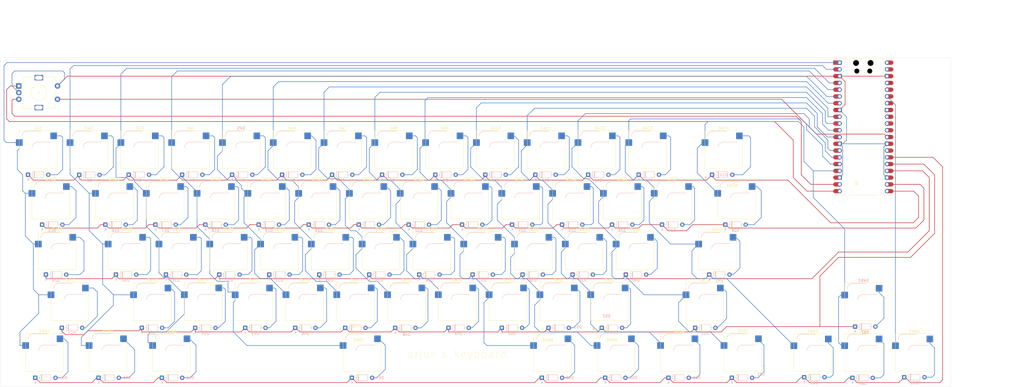
<source format=kicad_pcb>
(kicad_pcb (version 20241229) (generator "pcbnew") (generator_version "9.0")
  (layers (0 "F.Cu" signal) (2 "B.Cu" signal) (13 "F.Paste" user) (15 "B.Paste" user) (5 "F.SilkS" user "F.Silkscreen") (7 "B.SilkS" user "B.Silkscreen") (1 "F.Mask" user) (3 "B.Mask" user) (25 "Edge.Cuts" user))
  (net 0 "")
  (net 1 "COL5")
  (net 3 "COL1")
  (net 4 "COL8")
  (net 5 "COL15")
  (net 6 "COL4")
  (net 9 "ROW5")
  (net 12 "COL6")
  (net 13 "COL14")
  (net 14 "COL3")
  (net 15 "Net-(A1-GPIO15)")
  (net 17 "COL12")
  (net 18 "COL2")
  (net 19 "Net-(A1-GPIO22)")
  (net 20 "COL11")
  (net 21 "COL7")
  (net 22 "COL9")
  (net 23 "ROW3")
  (net 25 "ROW6")
  (net 26 "ROW4")
  (net 28 "COL10")
  (net 29 "ROW1")
  (net 30 "Net-(A1-GPIO14)")
  (net 31 "COL13")
  (net 32 "ROW2")
  (net 34 "Net-(D1-A)")
  (net 35 "Net-(D2-A)")
  (net 36 "Net-(D3-A)")
  (net 37 "Net-(D4-A)")
  (net 38 "Net-(D5-A)")
  (net 39 "Net-(D6-A)")
  (net 40 "Net-(D7-A)")
  (net 41 "Net-(D8-A)")
  (net 42 "Net-(D9-A)")
  (net 43 "Net-(D10-A)")
  (net 44 "Net-(D11-A)")
  (net 45 "Net-(D12-A)")
  (net 46 "Net-(D13-A)")
  (net 47 "Net-(D14-A)")
  (net 48 "Net-(D15-A)")
  (net 49 "Net-(D16-A)")
  (net 50 "Net-(D17-A)")
  (net 51 "Net-(D18-A)")
  (net 52 "Net-(D19-A)")
  (net 53 "Net-(D20-A)")
  (net 54 "Net-(D21-A)")
  (net 55 "Net-(D22-A)")
  (net 56 "Net-(D23-A)")
  (net 57 "Net-(D24-A)")
  (net 58 "Net-(D25-A)")
  (net 59 "Net-(D26-A)")
  (net 60 "Net-(D27-A)")
  (net 61 "Net-(D28-A)")
  (net 62 "Net-(D29-A)")
  (net 63 "Net-(D30-A)")
  (net 64 "Net-(D31-A)")
  (net 65 "Net-(D32-A)")
  (net 66 "Net-(D33-A)")
  (net 67 "Net-(D34-A)")
  (net 68 "Net-(D35-A)")
  (net 69 "Net-(D36-A)")
  (net 70 "Net-(D37-A)")
  (net 71 "Net-(D38-A)")
  (net 72 "Net-(D39-A)")
  (net 73 "Net-(D40-A)")
  (net 74 "Net-(D41-A)")
  (net 75 "Net-(D42-A)")
  (net 76 "Net-(D43-A)")
  (net 77 "Net-(D44-A)")
  (net 78 "Net-(D45-A)")
  (net 79 "Net-(D46-A)")
  (net 80 "Net-(D47-A)")
  (net 81 "Net-(D48-A)")
  (net 82 "Net-(D49-A)")
  (net 83 "Net-(D50-A)")
  (net 84 "Net-(D51-A)")
  (net 85 "Net-(D52-A)")
  (net 86 "Net-(D53-A)")
  (net 87 "Net-(D54-A)")
  (net 88 "Net-(D55-A)")
  (net 89 "Net-(D56-A)")
  (net 90 "Net-(D57-A)")
  (net 91 "Net-(D58-A)")
  (net 92 "Net-(D59-A)")
  (net 93 "Net-(D60-A)")
  (net 94 "Net-(D61-A)")
  (net 95 "GND")
  (net 96 "Net-(D62-A)")
  (net 97 "Net-(D63-A)")
  (net 98 "Net-(D64-A)")
  (net 99 "Net-(D65-A)")
  (footprint "PCM_Switch_Keyboard_Hotswap_Kailh:SW_Hotswap_Kailh_MX_1.00u" (layer "F.Cu") (at 283.36875 107.07125)
    (property "Reference" "SW40")
    (property "Value" "SW_Push_45deg")
  )
  (footprint "PCM_Switch_Keyboard_Hotswap_Kailh:SW_Hotswap_Kailh_MX_1.00u" (layer "F.Cu") (at 254.79375 126.0845)
    (property "Reference" "SW51")
    (property "Value" "SW_Push_45deg")
  )
  (footprint "PCM_Switch_Keyboard_Hotswap_Kailh:SW_Hotswap_Kailh_MX_1.00u" (layer "F.Cu") (at 207.16875 107.07125)
    (property "Reference" "SW36")
    (property "Value" "SW_Push_45deg")
  )
  (footprint "PCM_Switch_Keyboard_Hotswap_Kailh:SW_Hotswap_Kailh_MX_1.00u" (layer "F.Cu") (at 78.58125 68.97125)
    (property "Reference" "SW2")
    (property "Value" "SW_Push_45deg")
  )
  (footprint "PCM_Switch_Keyboard_Hotswap_Kailh:SW_Hotswap_Kailh_MX_1.25u" (layer "F.Cu") (at 276.225 145.17125)
    (property "Reference" "SW59")
    (property "Value" "SW_Push_45deg")
  )
  (footprint "PCM_Switch_Keyboard_Hotswap_Kailh:SW_Hotswap_Kailh_MX_1.25u" (layer "F.Cu") (at 85.725 145.17125)
    (property "Reference" "SW55")
    (property "Value" "SW_Push_45deg")
  )
  (footprint "PCM_Switch_Keyboard_Hotswap_Kailh:SW_Hotswap_Kailh_MX_1.00u" (layer "F.Cu") (at 240.50625 88.02125)
    (property "Reference" "SW24")
    (property "Value" "SW_Push_45deg")
  )
  (footprint "PCM_Switch_Keyboard_Hotswap_Kailh:SW_Hotswap_Kailh_MX_1.25u" (layer "F.Cu") (at 252.4125 145.17125)
    (property "Reference" "SW58")
    (property "Value" "SW_Push_45deg")
  )
  (footprint "PCM_Switch_Keyboard_Hotswap_Kailh:SW_Hotswap_Kailh_MX_1.00u" (layer "F.Cu") (at 197.64375 126.0845)
    (property "Reference" "SW48")
    (property "Value" "SW_Push_45deg")
  )
  (footprint "Hotswap Sockets:RotaryEncoder_Alps_EC11E-Switch_Vertical_H20mm" (layer "F.Cu") (at 52.28125 45.15875)
    (property "Reference" "SW77" (hide yes))
    (property "Value" "RotaryEncoder_Switch")
  )
  (footprint "PCM_Switch_Keyboard_Hotswap_Kailh:SW_Hotswap_Kailh_MX_1.50u" (layer "F.Cu") (at 321.46875 88.02125)
    (property "Reference" "SW28")
    (property "Value" "SW_Push_45deg")
  )
  (footprint "PCM_Switch_Keyboard_Hotswap_Kailh:SW_Hotswap_Kailh_MX_1.00u" (layer "F.Cu") (at 130.96875 107.07125)
    (property "Reference" "SW32")
    (property "Value" "SW_Push_45deg")
  )
  (footprint "PCM_Switch_Keyboard_Hotswap_Kailh:SW_Hotswap_Kailh_MX_1.00u" (layer "F.Cu") (at 250.03125 68.97125)
    (property "Reference" "SW11")
    (property "Value" "SW_Push_45deg")
  )
  (footprint "PCM_Switch_Keyboard_Hotswap_Kailh:SW_Hotswap_Kailh_MX_1.00u" (layer "F.Cu") (at 150.01875 107.07125)
    (property "Reference" "SW33")
    (property "Value" "SW_Push_45deg")
  )
  (footprint "PCM_Switch_Keyboard_Hotswap_Kailh:SW_Hotswap_Kailh_MX_1.00u" (layer "F.Cu") (at 140.49375 126.12125)
    (property "Reference" "SW45")
    (property "Value" "SW_Push_45deg")
  )
  (footprint "PCM_Switch_Keyboard_Hotswap_Kailh:SW_Hotswap_Kailh_MX_1.00u" (layer "F.Cu") (at 278.60625 88.02125)
    (property "Reference" "SW26")
    (property "Value" "SW_Push_45deg")
  )
  (footprint "PCM_Switch_Keyboard_Hotswap_Kailh:SW_Hotswap_Kailh_MX_1.00u" (layer "F.Cu") (at 111.91875 107.07125)
    (property "Reference" "SW31")
    (property "Value" "SW_Push_45deg")
  )
  (footprint "PCM_Switch_Keyboard_Hotswap_Kailh:SW_Hotswap_Kailh_MX_1.25u" (layer "F.Cu") (at 300.0375 145.17125)
    (property "Reference" "SW60")
    (property "Value" "SW_Push_45deg")
  )
  (footprint "PCM_Switch_Keyboard_Hotswap_Kailh:SW_Hotswap_Kailh_MX_1.00u" (layer "F.Cu") (at 88.10625 88.02125)
    (property "Reference" "SW16")
    (property "Value" "SW_Push_45deg")
  )
  (footprint "PCM_Switch_Keyboard_Hotswap_Kailh:SW_Hotswap_Kailh_MX_1.75u" (layer "F.Cu") (at 66.675 107.07125)
    (property "Reference" "SW29")
    (property "Value" "SW_Push_45deg")
  )
  (footprint "PCM_Switch_Keyboard_Hotswap_Kailh:SW_Hotswap_Kailh_MX_6.25u" (layer "F.Cu") (at 180.975 145.17125)
    (property "Reference" "SW57")
    (property "Value" "SW_Push_45deg")
  )
  (footprint "PCM_Switch_Keyboard_Hotswap_Kailh:SW_Hotswap_Kailh_MX_1.00u" (layer "F.Cu") (at 369.09375 126.20625)
    (property "Reference" "SW62")
    (property "Value" "SW_Push_45deg")
  )
  (footprint "PCM_Switch_Keyboard_Hotswap_Kailh:SW_Hotswap_Kailh_MX_1.00u" (layer "F.Cu") (at 221.45625 88.02125)
    (property "Reference" "SW23")
    (property "Value" "SW_Push_45deg")
  )
  (footprint "PCM_Switch_Keyboard_Hotswap_Kailh:SW_Hotswap_Kailh_MX_1.00u" (layer "F.Cu") (at 226.21875 107.07125)
    (property "Reference" "SW37")
    (property "Value" "SW_Push_45deg")
  )
  (footprint "PCM_Switch_Keyboard_Hotswap_Kailh:SW_Hotswap_Kailh_MX_1.00u" (layer "F.Cu") (at 121.44375 126.0845)
    (property "Reference" "SW44")
    (property "Value" "SW_Push_45deg")
  )
  (footprint "PCM_Switch_Keyboard_Hotswap_Kailh:SW_Hotswap_Kailh_MX_1.00u" (layer "F.Cu") (at 264.31875 107.07125)
    (property "Reference" "SW39")
    (property "Value" "SW_Push_45deg")
  )
  (footprint "PCM_Switch_Keyboard_Hotswap_Kailh:SW_Hotswap_Kailh_MX_2.75u" (layer "F.Cu") (at 309.5625 126.12125)
    (property "Reference" "SW53")
    (property "Value" "SW_Push_45deg")
  )
  (footprint "PCM_Switch_Keyboard_Hotswap_Kailh:SW_Hotswap_Kailh_MX_1.00u" (layer "F.Cu") (at 269.08125 68.97125)
    (property "Reference" "SW12")
    (property "Value" "SW_Push_45deg")
  )
  (footprint "PCM_Switch_Keyboard_Hotswap_Kailh:SW_Hotswap_Kailh_MX_1.00u" (layer "F.Cu") (at 178.59375 126.0845)
    (property "Reference" "SW47")
    (property "Value" "SW_Push_45deg")
  )
  (footprint "PCM_Switch_Keyboard_Hotswap_Kailh:SW_Hotswap_Kailh_MX_1.00u" (layer "F.Cu") (at 102.39375 126.12125)
    (property "Reference" "SW43")
    (property "Value" "SW_Push_45deg")
  )
  (footprint "PCM_Switch_Keyboard_Hotswap_Kailh:SW_Hotswap_Kailh_MX_1.50u" (layer "F.Cu") (at 64.29375 88.02125)
    (property "Reference" "SW15")
    (property "Value" "SW_Push_45deg")
  )
  (footprint "PCM_Switch_Keyboard_Hotswap_Kailh:SW_Hotswap_Kailh_MX_1.00u" (layer "F.Cu") (at 188.11875 107.07125)
    (property "Reference" "SW35")
    (property "Value" "SW_Push_45deg")
  )
  (footprint "PCM_Switch_Keyboard_Hotswap_Kailh:SW_Hotswap_Kailh_MX_1.00u" (layer "F.Cu") (at 259.55625 88.02125)
    (property "Reference" "SW25")
    (property "Value" "SW_Push_45deg")
  )
  (footprint "PCM_Switch_Keyboard_Hotswap_Kailh:SW_Hotswap_Kailh_MX_1.00u" (layer "F.Cu") (at 159.54375 126.0845)
    (property "Reference" "SW46")
    (property "Value" "SW_Push_45deg")
  )
  (footprint "Module:RaspberryPi_Pico_Common_Unspecified" (layer "F.Cu") (at 369 60.53125)
    (property "Reference" "A1")
    (property "Value" "RaspberryPi_Pico")
  )
  (footprint "PCM_Switch_Keyboard_Hotswap_Kailh:SW_Hotswap_Kailh_MX_1.00u" (layer "F.Cu") (at 230.98125 68.97125)
    (property "Reference" "SW10")
    (property "Value" "SW_Push_45deg")
  )
  (footprint "PCM_Switch_Keyboard_Hotswap_Kailh:SW_Hotswap_Kailh_MX_1.00u" (layer "F.Cu") (at 369.09375 145.25625)
    (property "Reference" "SW64")
    (property "Value" "SW_Push_45deg")
  )
  (footprint "PCM_Switch_Keyboard_Hotswap_Kailh:SW_Hotswap_Kailh_MX_2.00u" (layer "F.Cu") (at 316.70625 68.97125)
    (property "Reference" "SW14")
    (property "Value" "SW_Push_45deg")
  )
  (footprint "PCM_Switch_Keyboard_Hotswap_Kailh:SW_Hotswap_Kailh_MX_1.00u" (layer "F.Cu") (at 169.06875 107.07125)
    (property "Reference" "SW34")
    (property "Value" "SW_Push_45deg")
  )
  (footprint "PCM_Switch_Keyboard_Hotswap_Kailh:SW_Hotswap_Kailh_MX_1.00u" (layer "F.Cu") (at 59.53125 68.97125)
    (property "Reference" "SW1")
    (property "Value" "SW_Push_45deg")
  )
  (footprint "PCM_Switch_Keyboard_Hotswap_Kailh:SW_Hotswap_Kailh_MX_1.00u" (layer "F.Cu") (at 116.68125 68.97125)
    (property "Reference" "SW4")
    (property "Value" "SW_Push_45deg")
  )
  (footprint "PCM_Switch_Keyboard_Hotswap_Kailh:SW_Hotswap_Kailh_MX_1.00u" (layer "F.Cu") (at 211.93125 68.97125)
    (property "Reference" "SW9")
    (property "Value" "SW_Push_45deg")
  )
  (footprint "PCM_Switch_Keyboard_Hotswap_Kailh:SW_Hotswap_Kailh_MX_1.00u" (layer "F.Cu") (at 97.63125 68.97125)
    (property "Reference" "SW3")
    (property "Value" "SW_Push_45deg")
  )
  (footprint "PCM_Switch_Keyboard_Hotswap_Kailh:SW_Hotswap_Kailh_MX_1.00u" (layer "F.Cu") (at 216.69375 126.0845)
    (property "Reference" "SW49")
    (property "Value" "SW_Push_45deg")
  )
  (footprint "PCM_Switch_Keyboard_Hotswap_Kailh:SW_Hotswap_Kailh_MX_1.00u" (layer "F.Cu") (at 183.35625 88.02125)
    (property "Reference" "SW21")
    (property "Value" "SW_Push_45deg")
  )
  (footprint "PCM_Switch_Keyboard_Hotswap_Kailh:SW_Hotswap_Kailh_MX_1.00u" (layer "F.Cu") (at 154.78125 68.97125)
    (property "Reference" "SW6")
    (property "Value" "SW_Push_45deg")
  )
  (footprint "PCM_Switch_Keyboard_Hotswap_Kailh:SW_Hotswap_Kailh_MX_1.00u" (layer "F.Cu") (at 350.04375 145.25625)
    (property "Reference" "SW63")
    (property "Value" "SW_Push_45deg")
  )
  (footprint "PCM_Switch_Keyboard_Hotswap_Kailh:SW_Hotswap_Kailh_MX_2.25u" (layer "F.Cu") (at 314.325 107.07125)
    (property "Reference" "SW41")
    (property "Value" "SW_Push_45deg")
  )
  (footprint "PCM_Switch_Keyboard_Hotswap_Kailh:SW_Hotswap_Kailh_MX_2.25u" (layer "F.Cu") (at 71.4375 126.12125)
    (property "Reference" "SW42")
    (property "Value" "SW_Push_45deg")
  )
  (footprint "PCM_Switch_Keyboard_Hotswap_Kailh:SW_Hotswap_Kailh_MX_1.00u" (layer "F.Cu") (at 297.65625 88.02125)
    (property "Reference" "SW27")
    (property "Value" "SW_Push_45deg")
  )
  (footprint "PCM_Switch_Keyboard_Hotswap_Kailh:SW_Hotswap_Kailh_MX_1.00u" (layer "F.Cu") (at 164.30625 88.02125)
    (property "Reference" "SW20")
    (property "Value" "SW_Push_45deg")
  )
  (footprint "PCM_Switch_Keyboard_Hotswap_Kailh:SW_Hotswap_Kailh_MX_1.00u" (layer "F.Cu") (at 107.15625 88.02125)
    (property "Reference" "SW17")
    (property "Value" "SW_Push_45deg")
  )
  (footprint "PCM_Switch_Keyboard_Hotswap_Kailh:SW_Hotswap_Kailh_MX_1.00u" (layer "F.Cu") (at 135.73125 68.97125)
    (property "Reference" "SW5")
    (property "Value" "SW_Push_45deg")
  )
  (footprint "PCM_Switch_Keyboard_Hotswap_Kailh:SW_Hotswap_Kailh_MX_1.25u" (layer "F.Cu") (at 323.85 145.17125)
    (property "Reference" "SW61")
    (property "Value" "SW_Push_45deg")
  )
  (footprint "PCM_Switch_Keyboard_Hotswap_Kailh:SW_Hotswap_Kailh_MX_1.00u" (layer "F.Cu") (at 273.84375 126.0845)
    (property "Reference" "SW52")
    (property "Value" "SW_Push_45deg")
  )
  (footprint "PCM_Switch_Keyboard_Hotswap_Kailh:SW_Hotswap_Kailh_MX_1.25u" (layer "F.Cu") (at 61.9125 145.17125)
    (property "Reference" "SW54")
    (property "Value" "SW_Push_45deg")
  )
  (footprint "PCM_Switch_Keyboard_Hotswap_Kailh:SW_Hotswap_Kailh_MX_1.00u" (layer "F.Cu") (at 126.20625 88.02125)
    (property "Reference" "SW18")
    (property "Value" "SW_Push_45deg")
  )
  (footprint "PCM_Switch_Keyboard_Hotswap_Kailh:SW_Hotswap_Kailh_MX_1.00u" (layer "F.Cu") (at 92.86875 107.07125)
    (property "Reference" "SW30")
    (property "Value" "SW_Push_45deg")
  )
  (footprint "PCM_Switch_Keyboard_Hotswap_Kailh:SW_Hotswap_Kailh_MX_1.00u" (layer "F.Cu") (at 235.74375 126.0845)
    (property "Reference" "SW50")
    (property "Value" "SW_Push_45deg")
  )
  (footprint "PCM_Switch_Keyboard_Hotswap_Kailh:SW_Hotswap_Kailh_MX_1.00u" (layer "F.Cu") (at 388.14375 145.25625)
    (property "Reference" "SW65")
    (property "Value" "SW_Push_45deg")
  )
  (footprint "PCM_Switch_Keyboard_Hotswap_Kailh:SW_Hotswap_Kailh_MX_1.25u" (layer "F.Cu") (at 109.5375 145.17125)
    (property "Reference" "SW56")
    (property "Value" "SW_Push_45deg")
  )
  (footprint "PCM_Switch_Keyboard_Hotswap_Kailh:SW_Hotswap_Kailh_MX_1.00u" (layer "F.Cu") (at 202.40625 88.02125)
    (property "Reference" "SW22")
    (property "Value" "SW_Push_45deg")
  )
  (footprint "PCM_Switch_Keyboard_Hotswap_Kailh:SW_Hotswap_Kailh_MX_1.00u" (layer "F.Cu") (at 288.13125 68.97125)
    (property "Reference" "SW13")
    (property "Value" "SW_Push_45deg")
  )
  (footprint "PCM_Switch_Keyboard_Hotswap_Kailh:SW_Hotswap_Kailh_MX_1.00u" (layer "F.Cu") (at 145.25625 88.02125)
    (property "Reference" "SW19")
    (property "Value" "SW_Push_45deg")
  )
  (footprint "PCM_Switch_Keyboard_Hotswap_Kailh:SW_Hotswap_Kailh_MX_1.00u" (layer "F.Cu") (at 245.26875 107.07125)
    (property "Reference" "SW38")
    (property "Value" "SW_Push_45deg")
  )
  (footprint "PCM_Switch_Keyboard_Hotswap_Kailh:SW_Hotswap_Kailh_MX_1.00u" (layer "F.Cu") (at 192.88125 68.97125)
    (property "Reference" "SW8")
    (property "Value" "SW_Push_45deg")
  )
  (footprint "PCM_Switch_Keyboard_Hotswap_Kailh:SW_Hotswap_Kailh_MX_1.00u" (layer "F.Cu") (at 173.83125 68.97125)
    (property "Reference" "SW7")
    (property "Value" "SW_Push_45deg")
  )
  (footprint "Diode_THT:D_DO-35_SOD27_P7.62mm_Horizontal" (layer "B.Cu") (at 218.50125 97.24625)
    (property "Reference" "D23")
    (property "Value" "1N4148")
  )
  (footprint "Diode_THT:D_DO-35_SOD27_P7.62mm_Horizontal" (layer "B.Cu") (at 222.451249 115.99625)
    (property "Reference" "D37")
    (property "Value" "1N4148")
  )
  (footprint "Diode_THT:D_DO-35_SOD27_P7.62mm_Horizontal" (layer "B.Cu") (at 346.815 154.53125)
    (property "Reference" "D63")
    (property "Value" "1N4148")
  )
  (footprint "Diode_THT:D_DO-35_SOD27_P7.62mm_Horizontal" (layer "B.Cu") (at 137.17125 135.99625)
    (property "Reference" "D45")
    (property "Value" "1N4148")
  )
  (footprint "Diode_THT:D_DO-35_SOD27_P7.62mm_Horizontal" (layer "B.Cu") (at 58.42125 154.74625)
    (property "Reference" "D54")
    (property "Value" "1N4148")
  )
  (footprint "Diode_THT:D_DO-35_SOD27_P7.62mm_Horizontal" (layer "B.Cu") (at 311.201249 115.99625)
    (property "Reference" "D41")
    (property "Value" "1N4148")
  )
  (footprint "Diode_THT:D_DO-35_SOD27_P7.62mm_Horizontal" (layer "B.Cu") (at 279.951249 115.99625)
    (property "Reference" "D40")
    (property "Value" "1N4148")
  )
  (footprint "Diode_THT:D_DO-35_SOD27_P7.62mm_Horizontal" (layer "B.Cu") (at 118.42125 135.99625)
    (property "Reference" "D44")
    (property "Value" "1N4148")
  )
  (footprint "Diode_THT:D_DO-35_SOD27_P7.62mm_Horizontal" (layer "B.Cu") (at 364.915 154.78125)
    (property "Reference" "D64")
    (property "Value" "1N4148")
  )
  (footprint "Diode_THT:D_DO-35_SOD27_P7.62mm_Horizontal" (layer "B.Cu") (at 265.791252 78.49625)
    (property "Reference" "D12")
    (property "Value" "1N4148")
  )
  (footprint "Diode_THT:D_DO-35_SOD27_P7.62mm_Horizontal" (layer "B.Cu") (at 274.75125 97.24625)
    (property "Reference" "D26")
    (property "Value" "1N4148")
  )
  (footprint "Diode_THT:D_DO-35_SOD27_P7.62mm_Horizontal" (layer "B.Cu") (at 61.00125 97.24625)
    (property "Reference" "D15")
    (property "Value" "1N4148")
  )
  (footprint "Diode_THT:D_DO-35_SOD27_P7.62mm_Horizontal" (layer "B.Cu") (at 248.42125 154.74625)
    (property "Reference" "D58")
    (property "Value" "1N4148")
  )
  (footprint "Diode_THT:D_DO-35_SOD27_P7.62mm_Horizontal" (layer "B.Cu") (at 98.42125 135.99625)
    (property "Reference" "D43")
    (property "Value" "1N4148")
  )
  (footprint "Diode_THT:D_DO-35_SOD27_P7.62mm_Horizontal" (layer "B.Cu") (at 317.25125 97.24625)
    (property "Reference" "D28")
    (property "Value" "1N4148")
  )
  (footprint "Diode_THT:D_DO-35_SOD27_P7.62mm_Horizontal" (layer "B.Cu") (at 193.42125 135.99625)
    (property "Reference" "D48")
    (property "Value" "1N4148")
  )
  (footprint "Diode_THT:D_DO-35_SOD27_P7.62mm_Horizontal" (layer "B.Cu") (at 174.67125 135.99625)
    (property "Reference" "D47")
    (property "Value" "1N4148")
  )
  (footprint "Diode_THT:D_DO-35_SOD27_P7.62mm_Horizontal" (layer "B.Cu") (at 151.00125 78.49625)
    (property "Reference" "D6")
    (property "Value" "1N4148")
  )
  (footprint "Diode_THT:D_DO-35_SOD27_P7.62mm_Horizontal" (layer "B.Cu") (at 103.50125 97.24625)
    (property "Reference" "D17")
    (property "Value" "1N4148")
  )
  (footprint "Diode_THT:D_DO-35_SOD27_P7.62mm_Horizontal" (layer "B.Cu") (at 62.451249 115.99625)
    (property "Reference" "D29")
    (property "Value" "1N4148")
  )
  (footprint "Diode_THT:D_DO-35_SOD27_P7.62mm_Horizontal" (layer "B.Cu") (at 107.451249 115.99625)
    (property "Reference" "D31")
    (property "Value" "1N4148")
  )
  (footprint "Diode_THT:D_DO-35_SOD27_P7.62mm_Horizontal" (layer "B.Cu") (at 183.701249 115.99625)
    (property "Reference" "D35")
    (property "Value" "1N4148")
  )
  (footprint "Diode_THT:D_DO-35_SOD27_P7.62mm_Horizontal" (layer "B.Cu") (at 68.42125 135.99625)
    (property "Reference" "D42")
    (property "Value" "1N4148")
  )
  (footprint "Diode_THT:D_DO-35_SOD27_P7.62mm_Horizontal" (layer "B.Cu") (at 155.92125 135.99625)
    (property "Reference" "D46")
    (property "Value" "1N4148")
  )
  (footprint "Diode_THT:D_DO-35_SOD27_P7.62mm_Horizontal" (layer "B.Cu") (at 305.92125 135.99625)
    (property "Reference" "D53")
    (property "Value" "1N4148")
  )
  (footprint "Diode_THT:D_DO-35_SOD27_P7.62mm_Horizontal" (layer "B.Cu") (at 227.25125 78.49625)
    (property "Reference" "D10")
    (property "Value" "1N4148")
  )
  (footprint "Diode_THT:D_DO-35_SOD27_P7.62mm_Horizontal" (layer "B.Cu") (at 319.67125 154.74625)
    (property "Reference" "D61")
    (property "Value" "1N4148")
  )
  (footprint "Diode_THT:D_DO-35_SOD27_P7.62mm_Horizontal" (layer "B.Cu") (at 259.951249 115.99625)
    (property "Reference" "D39")
    (property "Value" "1N4148")
  )
  (footprint "Diode_THT:D_DO-35_SOD27_P7.62mm_Horizontal" (layer "B.Cu") (at 233.42125 135.99625)
    (property "Reference" "D50")
    (property "Value" "1N4148")
  )
  (footprint "Diode_THT:D_DO-35_SOD27_P7.62mm_Horizontal" (layer "B.Cu") (at 142.25125 97.24625)
    (property "Reference" "D19")
    (property "Value" "1N4148")
  )
  (footprint "Diode_THT:D_DO-35_SOD27_P7.62mm_Horizontal" (layer "B.Cu") (at 88.701249 115.99625)
    (property "Reference" "D30")
    (property "Value" "1N4148")
  )
  (footprint "Diode_THT:D_DO-35_SOD27_P7.62mm_Horizontal" (layer "B.Cu") (at 208.50125 78.49625)
    (property "Reference" "D9")
    (property "Value" "1N4148")
  )
  (footprint "Diode_THT:D_DO-35_SOD27_P7.62mm_Horizontal" (layer "B.Cu") (at 241.201249 115.99625)
    (property "Reference" "D38")
    (property "Value" "1N4148")
  )
  (footprint "Diode_THT:D_DO-35_SOD27_P7.62mm_Horizontal" (layer "B.Cu") (at 384.33375 154.53125)
    (property "Reference" "D65")
    (property "Value" "1N4148")
  )
  (footprint "Diode_THT:D_DO-35_SOD27_P7.62mm_Horizontal" (layer "B.Cu") (at 312.25125 78.49625)
    (property "Reference" "D14")
    (property "Value" "1N4148")
  )
  (footprint "Diode_THT:D_DO-35_SOD27_P7.62mm_Horizontal" (layer "B.Cu") (at 295.92125 154.74625)
    (property "Reference" "D60")
    (property "Value" "1N4148")
  )
  (footprint "Diode_THT:D_DO-35_SOD27_P7.62mm_Horizontal" (layer "B.Cu") (at 202.451249 115.99625)
    (property "Reference" "D36")
    (property "Value" "1N4148")
  )
  (footprint "Diode_THT:D_DO-35_SOD27_P7.62mm_Horizontal" (layer "B.Cu") (at 177.17125 154.74625)
    (property "Reference" "D57")
    (property "Value" "1N4148")
  )
  (footprint "Diode_THT:D_DO-35_SOD27_P7.62mm_Horizontal" (layer "B.Cu") (at 270.92125 135.99625)
    (property "Reference" "D52")
    (property "Value" "1N4148")
  )
  (footprint "Diode_THT:D_DO-35_SOD27_P7.62mm_Horizontal" (layer "B.Cu") (at 122.25125 97.24625)
    (property "Reference" "D18")
    (property "Value" "1N4148")
  )
  (footprint "Diode_THT:D_DO-35_SOD27_P7.62mm_Horizontal" (layer "B.Cu") (at 365.915 135.53125)
    (property "Reference" "D62")
    (property "Value" "1N4148")
  )
  (footprint "Diode_THT:D_DO-35_SOD27_P7.62mm_Horizontal" (layer "B.Cu") (at 132.25125 78.49625)
    (property "Reference" "D5")
    (property "Value" "1N4148")
  )
  (footprint "Diode_THT:D_DO-35_SOD27_P7.62mm_Horizontal" (layer "B.Cu") (at 237.25125 97.24625)
    (property "Reference" "D24")
    (property "Value" "1N4148")
  )
  (footprint "Diode_THT:D_DO-35_SOD27_P7.62mm_Horizontal" (layer "B.Cu") (at 161.00125 97.24625)
    (property "Reference" "D20")
    (property "Value" "1N4148")
  )
  (footprint "Diode_THT:D_DO-35_SOD27_P7.62mm_Horizontal" (layer "B.Cu") (at 198.50125 97.24625)
    (property "Reference" "D22")
    (property "Value" "1N4148")
  )
  (footprint "Diode_THT:D_DO-35_SOD27_P7.62mm_Horizontal" (layer "B.Cu") (at 93.50125 78.49625)
    (property "Reference" "D3")
    (property "Value" "1N4148")
  )
  (footprint "Diode_THT:D_DO-35_SOD27_P7.62mm_Horizontal" (layer "B.Cu") (at 293.50125 97.24625)
    (property "Reference" "D27")
    (property "Value" "1N4148")
  )
  (footprint "Diode_THT:D_DO-35_SOD27_P7.62mm_Horizontal" (layer "B.Cu") (at 127.451249 115.99625)
    (property "Reference" "D32")
    (property "Value" "1N4148")
  )
  (footprint "Diode_THT:D_DO-35_SOD27_P7.62mm_Horizontal" (layer "B.Cu") (at 55.721251 78.49625)
    (property "Reference" "D1")
    (property "Value" "1N4148")
  )
  (footprint "Diode_THT:D_DO-35_SOD27_P7.62mm_Horizontal" (layer "B.Cu") (at 272.17125 154.74625)
    (property "Reference" "D59")
    (property "Value" "1N4148")
  )
  (footprint "Diode_THT:D_DO-35_SOD27_P7.62mm_Horizontal" (layer "B.Cu") (at 179.75125 97.24625)
    (property "Reference" "D21")
    (property "Value" "1N4148")
  )
  (footprint "Diode_THT:D_DO-35_SOD27_P7.62mm_Horizontal" (layer "B.Cu") (at 284.75125 78.49625)
    (property "Reference" "D13")
    (property "Value" "1N4148")
  )
  (footprint "Diode_THT:D_DO-35_SOD27_P7.62mm_Horizontal" (layer "B.Cu") (at 213.42125 135.99625)
    (property "Reference" "D49")
    (property "Value" "1N4148")
  )
  (footprint "Diode_THT:D_DO-35_SOD27_P7.62mm_Horizontal" (layer "B.Cu") (at 82.17125 154.74625)
    (property "Reference" "D55")
    (property "Value" "1N4148")
  )
  (footprint "Diode_THT:D_DO-35_SOD27_P7.62mm_Horizontal" (layer "B.Cu") (at 250.92125 135.99625)
    (property "Reference" "D51")
    (property "Value" "1N4148")
  )
  (footprint "Diode_THT:D_DO-35_SOD27_P7.62mm_Horizontal" (layer "B.Cu") (at 113.50125 78.49625)
    (property "Reference" "D4")
    (property "Value" "1N4148")
  )
  (footprint "Diode_THT:D_DO-35_SOD27_P7.62mm_Horizontal" (layer "B.Cu") (at 74.915001 78.53125)
    (property "Reference" "D2")
    (property "Value" "1N4148")
  )
  (footprint "Diode_THT:D_DO-35_SOD27_P7.62mm_Horizontal" (layer "B.Cu") (at 188.50125 78.49625)
    (property "Reference" "D8")
    (property "Value" "1N4148")
  )
  (footprint "Diode_THT:D_DO-35_SOD27_P7.62mm_Horizontal" (layer "B.Cu") (at 164.951249 115.99625)
    (property "Reference" "D34")
    (property "Value" "1N4148")
  )
  (footprint "Diode_THT:D_DO-35_SOD27_P7.62mm_Horizontal" (layer "B.Cu") (at 105.92125 154.74625)
    (property "Reference" "D56")
    (property "Value" "1N4148")
  )
  (footprint "Diode_THT:D_DO-35_SOD27_P7.62mm_Horizontal" (layer "B.Cu") (at 169.75125 78.49625)
    (property "Reference" "D7")
    (property "Value" "1N4148")
  )
  (footprint "Diode_THT:D_DO-35_SOD27_P7.62mm_Horizontal" (layer "B.Cu") (at 256.00125 97.24625)
    (property "Reference" "D25")
    (property "Value" "1N4148")
  )
  (footprint "Diode_THT:D_DO-35_SOD27_P7.62mm_Horizontal" (layer "B.Cu") (at 84.75125 97.24625)
    (property "Reference" "D16")
    (property "Value" "1N4148")
  )
  (footprint "Diode_THT:D_DO-35_SOD27_P7.62mm_Horizontal" (layer "B.Cu") (at 146.201249 115.99625)
    (property "Reference" "D33")
    (property "Value" "1N4148")
  )
  (footprint "Diode_THT:D_DO-35_SOD27_P7.62mm_Horizontal" (layer "B.Cu") (at 246.00125 78.49625)
    (property "Reference" "D11")
    (property "Value" "1N4148")
  )
  (gr_rect (start 45.24375 34.53125) (end 401.725 158.1625) (stroke (width 0.05)) (fill no) (layer "Edge.Cuts"))
  (gr_text "arjun's keyboard" (at 197.725 147.53125 0) (layer "F.SilkS") (effects (font (size 3 3) (thickness 0.1)) (justify left bottom)))
  (segment (start 130.725 80.53125) (end 133.725 80.53125) (width 0.2) (layer "B.Cu") (net 1))
  (segment (start 355.295 49.10125) (end 360.11 49.10125) (width 0.2) (layer "B.Cu") (net 1))
  (segment (start 135.725 83.53125) (end 137.675 85.48125) (width 0.2) (layer "B.Cu") (net 1))
  (segment (start 138.17125 85.48125) (end 136.725 86.9275) (width 0.2) (layer "B.Cu") (net 1))
  (segment (start 126.725 76.53125) (end 130.725 80.53125) (width 0.2) (layer "B.Cu") (net 1))
  (segment (start 128.64625 69.61) (end 126.725 71.53125) (width 0.2) (layer "B.Cu") (net 1))
  (segment (start 136.725 96.53125) (end 142.93375 102.74) (width 0.2) (layer "B.Cu") (net 1))
  (segment (start 136.725 86.9275) (end 136.725 96.53125) (width 0.2) (layer "B.Cu") (net 1))
  (segment (start 140.725 106.74) (end 140.725 115.53125) (width 0.2) (layer "B.Cu") (net 1))
  (segment (start 137.675 85.48125) (end 138.17125 85.48125) (width 0.2) (layer "B.Cu") (net 1))
  (segment (start 142.93375 102.74) (end 142.93375 104.53125) (width 0.2) (layer "B.Cu") (net 1))
  (segment (start 140.725 115.53125) (end 142.725 117.53125) (width 0.2) (layer "B.Cu") (net 1))
  (segment (start 128.64625 66.43125) (end 128.64625 69.61) (width 0.2) (layer "B.Cu") (net 1))
  (segment (start 131.725 41.53125) (end 347.725 41.53125) (width 0.2) (layer "B.Cu") (net 1))
  (segment (start 146.725 117.53125) (end 152.45875 123.265) (width 0.2) (layer "B.Cu") (net 1))
  (segment (start 135.725 82.53125) (end 135.725 83.53125) (width 0.2) (layer "B.Cu") (net 1))
  (segment (start 133.725 80.53125) (end 135.725 82.53125) (width 0.2) (layer "B.Cu") (net 1))
  (segment (start 152.45875 123.265) (end 152.45875 123.5445) (width 0.2) (layer "B.Cu") (net 1))
  (segment (start 142.93375 104.53125) (end 140.725 106.74) (width 0.2) (layer "B.Cu") (net 1))
  (segment (start 126.725 71.53125) (end 126.725 76.53125) (width 0.2) (layer "B.Cu") (net 1))
  (segment (start 128.64625 66.43125) (end 128.64625 44.61) (width 0.2) (layer "B.Cu") (net 1))
  (segment (start 128.64625 44.61) (end 131.725 41.53125) (width 0.2) (layer "B.Cu") (net 1))
  (segment (start 347.725 41.53125) (end 355.295 49.10125) (width 0.2) (layer "B.Cu") (net 1))
  (segment (start 142.725 117.53125) (end 146.725 117.53125) (width 0.2) (layer "B.Cu") (net 1))
  (segment (start 52.725 137.53125) (end 52.725 142.53125) (width 0.2) (layer "B.Cu") (net 3))
  (segment (start 57.725 104.53125) (end 57.725 121.53125) (width 0.2) (layer "B.Cu") (net 3))
  (segment (start 53.725 84.53125) (end 54.725 85.53125) (width 0.2) (layer "B.Cu") (net 3))
  (segment (start 52.44625 68.81) (end 51.725 69.53125) (width 0.2) (layer "B.Cu") (net 3))
  (segment (start 59.775 123.58125) (end 64.3525 123.58125) (width 0.2) (layer "B.Cu") (net 3))
  (segment (start 51.725 69.53125) (end 51.725 76.53125) (width 0.2) (layer "B.Cu") (net 3))
  (segment (start 59.725 130.53125) (end 52.725 137.53125) (width 0.2) (layer "B.Cu") (net 3))
  (segment (start 54.725 101.53125) (end 57.725 104.53125) (width 0.2) (layer "B.Cu") (net 3))
  (segment (start 53.725 78.53125) (end 53.725 84.53125) (width 0.2) (layer "B.Cu") (net 3))
  (segment (start 54.725 85.53125) (end 54.725 101.53125) (width 0.2) (layer "B.Cu") (net 3))
  (segment (start 46.725 37.53125) (end 47.855 36.40125) (width 0.2) (layer "B.Cu") (net 3))
  (segment (start 54.775 85.48125) (end 57.20875 85.48125) (width 0.2) (layer "B.Cu") (net 3))
  (segment (start 47.855 36.40125) (end 360.11 36.40125) (width 0.2) (layer "B.Cu") (net 3))
  (segment (start 57.725 104.53125) (end 59.59 104.53125) (width 0.2) (layer "B.Cu") (net 3))
  (segment (start 59.725 123.53125) (end 59.775 123.58125) (width 0.2) (layer "B.Cu") (net 3))
  (segment (start 54.725 85.53125) (end 54.775 85.48125) (width 0.2) (layer "B.Cu") (net 3))
  (segment (start 52.825 142.63125) (end 54.8275 142.63125) (width 0.2) (layer "B.Cu") (net 3))
  (segment (start 52.44625 66.43125) (end 52.44625 68.81) (width 0.2) (layer "B.Cu") (net 3))
  (segment (start 46.725 65.53125) (end 46.725 37.53125) (width 0.2) (layer "B.Cu") (net 3))
  (segment (start 52.44625 66.43125) (end 47.625 66.43125) (width 0.2) (layer "B.Cu") (net 3))
  (segment (start 52.725 142.53125) (end 52.825 142.63125) (width 0.2) (layer "B.Cu") (net 3))
  (segment (start 57.725 121.53125) (end 59.725 123.53125) (width 0.2) (layer "B.Cu") (net 3))
  (segment (start 47.625 66.43125) (end 46.725 65.53125) (width 0.2) (layer "B.Cu") (net 3))
  (segment (start 59.725 123.53125) (end 59.725 130.53125) (width 0.2) (layer "B.Cu") (net 3))
  (segment (start 51.725 76.53125) (end 53.725 78.53125) (width 0.2) (layer "B.Cu") (net 3))
  (segment (start 197.725 108.53125) (end 197.725 114.53125) (width 0.2) (layer "B.Cu") (net 4))
  (segment (start 200.725 117.53125) (end 205.725 117.53125) (width 0.2) (layer "B.Cu") (net 4))
  (segment (start 200.08375 104.53125) (end 200.08375 106.1725) (width 0.2) (layer "B.Cu") (net 4))
  (segment (start 200.08375 106.1725) (end 197.725 108.53125) (width 0.2) (layer "B.Cu") (net 4))
  (segment (start 186.725 80.53125) (end 191.725 80.53125) (width 0.2) (layer "B.Cu") (net 4))
  (segment (start 205.725 117.53125) (end 209.60875 121.415) (width 0.2) (layer "B.Cu") (net 4))
  (segment (start 195.32125 84.1275) (end 195.32125 85.48125) (width 0.2) (layer "B.Cu") (net 4))
  (segment (start 195.32125 87.935) (end 193.725 89.53125) (width 0.2) (layer "B.Cu") (net 4))
  (segment (start 191.725 80.53125) (end 195.32125 84.1275) (width 0.2) (layer "B.Cu") (net 4))
  (segment (start 354.725 54.53125) (end 354.725 58.53125) (width 0.2) (layer "B.Cu") (net 4))
  (segment (start 354.725 58.53125) (end 355.455 59.26125) (width 0.2) (layer "B.Cu") (net 4))
  (segment (start 185.79625 66.43125) (end 185.79625 49.46) (width 0.2) (layer "B.Cu") (net 4))
  (segment (start 185.79625 49.46) (end 187.725 47.53125) (width 0.2) (layer "B.Cu") (net 4))
  (segment (start 193.725 96.53125) (end 200.08375 102.89) (width 0.2) (layer "B.Cu") (net 4))
  (segment (start 183.725 68.5025) (end 183.725 77.53125) (width 0.2) (layer "B.Cu") (net 4))
  (segment (start 195.32125 85.48125) (end 195.32125 87.935) (width 0.2) (layer "B.Cu") (net 4))
  (segment (start 355.455 59.26125) (end 360.11 59.26125) (width 0.2) (layer "B.Cu") (net 4))
  (segment (start 183.725 77.53125) (end 186.725 80.53125) (width 0.2) (layer "B.Cu") (net 4))
  (segment (start 193.725 89.53125) (end 193.725 96.53125) (width 0.2) (layer "B.Cu") (net 4))
  (segment (start 347.725 47.53125) (end 354.725 54.53125) (width 0.2) (layer "B.Cu") (net 4))
  (segment (start 209.60875 121.415) (end 209.60875 123.5445) (width 0.2) (layer "B.Cu") (net 4))
  (segment (start 197.725 114.53125) (end 200.725 117.53125) (width 0.2) (layer "B.Cu") (net 4))
  (segment (start 200.08375 102.89) (end 200.08375 104.53125) (width 0.2) (layer "B.Cu") (net 4))
  (segment (start 187.725 47.53125) (end 347.725 47.53125) (width 0.2) (layer "B.Cu") (net 4))
  (segment (start 185.79625 66.43125) (end 183.725 68.5025) (width 0.2) (layer "B.Cu") (net 4))
  (segment (start 381.05875 52.27) (end 377.89 49.10125) (width 0.2) (layer "B.Cu") (net 5))
  (segment (start 381.05875 142.71625) (end 381.05875 52.27) (width 0.2) (layer "B.Cu") (net 5))
  (segment (start 123.88375 104.53125) (end 123.88375 115.69) (width 0.2) (layer "B.Cu") (net 6))
  (segment (start 133.40875 123.58125) (end 133.40875 125.8475) (width 0.2) (layer "B.Cu") (net 6))
  (segment (start 123.88375 115.69) (end 126.725 118.53125) (width 0.2) (layer "B.Cu") (net 6))
  (segment (start 109.59625 76.47741) (end 113.65009 80.53125) (width 0.2) (layer "B.Cu") (net 6))
  (segment (start 109.59625 41.66) (end 111.725 39.53125) (width 0.2) (layer "B.Cu") (net 6))
  (segment (start 348.725 39.53125) (end 355.755 46.56125) (width 0.2) (layer "B.Cu") (net 6))
  (segment (start 132.725 126.53125) (end 132.725 137.53125) (width 0.2) (layer "B.Cu") (net 6))
  (segment (start 119.12125 85.48125) (end 119.12125 97.9275) (width 0.2) (layer "B.Cu") (net 6))
  (segment (start 109.59625 66.43125) (end 109.59625 41.66) (width 0.2) (layer "B.Cu") (net 6))
  (segment (start 109.59625 66.43125) (end 109.59625 76.47741) (width 0.2) (layer "B.Cu") (net 6))
  (segment (start 123.88375 102.69) (end 123.88375 104.53125) (width 0.2) (layer "B.Cu") (net 6))
  (segment (start 132.35875 122.53125) (end 133.40875 123.58125) (width 0.2) (layer "B.Cu") (net 6))
  (segment (start 132.725 137.53125) (end 137.825 142.63125) (width 0.2) (layer "B.Cu") (net 6))
  (segment (start 130.725 118.53125) (end 130.725 122.53125) (width 0.2) (layer "B.Cu") (net 6))
  (segment (start 114.725 80.53125) (end 119.12125 84.9275) (width 0.2) (layer "B.Cu") (net 6))
  (segment (start 137.825 142.63125) (end 173.89 142.63125) (width 0.2) (layer "B.Cu") (net 6))
  (segment (start 119.12125 97.9275) (end 123.88375 102.69) (width 0.2) (layer "B.Cu") (net 6))
  (segment (start 133.40875 125.8475) (end 132.725 126.53125) (width 0.2) (layer "B.Cu") (net 6))
  (segment (start 119.12125 84.9275) (end 119.12125 85.48125) (width 0.2) (layer "B.Cu") (net 6))
  (segment (start 113.65009 80.53125) (end 114.725 80.53125) (width 0.2) (layer "B.Cu") (net 6))
  (segment (start 130.725 122.53125) (end 132.35875 122.53125) (width 0.2) (layer "B.Cu") (net 6))
  (segment (start 111.725 39.53125) (end 348.725 39.53125) (width 0.2) (layer "B.Cu") (net 6))
  (segment (start 126.725 118.53125) (end 130.725 118.53125) (width 0.2) (layer "B.Cu") (net 6))
  (segment (start 355.755 46.56125) (end 360.11 46.56125) (width 0.2) (layer "B.Cu") (net 6))
  (segment (start 177.17125 154.74625) (end 175.38625 156.53125) (width 0.2) (layer "F.Cu") (net 9))
  (segment (start 81.51 154.74625) (end 79.725 156.53125) (width 0.2) (layer "F.Cu") (net 9))
  (segment (start 82.17125 154.74625) (end 81.51 154.74625) (width 0.2) (layer "F.Cu") (net 9))
  (segment (start 384.33375 154.53125) (end 382.33375 156.53125) (width 0.2) (layer "F.Cu") (net 9))
  (segment (start 292.725 156.53125) (end 273.95625 156.53125) (width 0.2) (layer "F.Cu") (net 9))
  (segment (start 361.725 156.53125) (end 348.725 156.53125) (width 0.2) (layer "F.Cu") (net 9))
  (segment (start 319.67125 154.74625) (end 317.88625 156.53125) (width 0.2) (layer "F.Cu") (net 9))
  (segment (start 270.51 154.74625) (end 268.725 156.53125) (width 0.2) (layer "F.Cu") (net 9))
  (segment (start 398.725 75.53125) (end 395.155 71.96125) (width 0.2) (layer "F.Cu") (net 9))
  (segment (start 175.38625 156.53125) (end 107.70625 156.53125) (width 0.2) (layer "F.Cu") (net 9))
  (segment (start 382.33375 156.53125) (end 366.665 156.53125) (width 0.2) (layer "F.Cu") (net 9))
  (segment (start 384.33375 154.53125) (end 384.725 154.53125) (width 0.2) (layer "F.Cu") (net 9))
  (segment (start 384.725 154.53125) (end 386.725 156.53125) (width 0.2) (layer "F.Cu") (net 9))
  (segment (start 363.475 154.78125) (end 361.725 156.53125) (width 0.2) (layer "F.Cu") (net 9))
  (segment (start 245.725 156.53125) (end 178.95625 156.53125) (width 0.2) (layer "F.Cu") (net 9))
  (segment (start 248.42125 154.74625) (end 247.51 154.74625) (width 0.2) (layer "F.Cu") (net 9))
  (segment (start 107.70625 156.53125) (end 105.92125 154.74625) (width 0.2) (layer "F.Cu") (net 9))
  (segment (start 297.70625 156.53125) (end 295.92125 154.74625) (width 0.2) (layer "F.Cu") (net 9))
  (segment (start 83.95625 156.53125) (end 82.17125 154.74625) (width 0.2) (layer "F.Cu") (net 9))
  (segment (start 273.95625 156.53125) (end 272.17125 154.74625) (width 0.2) (layer "F.Cu") (net 9))
  (segment (start 398.725 155.53125) (end 398.725 75.53125) (width 0.2) (layer "F.Cu") (net 9))
  (segment (start 343.725 156.53125) (end 321.45625 156.53125) (width 0.2) (layer "F.Cu") (net 9))
  (segment (start 346.815 154.53125) (end 345.725 154.53125) (width 0.2) (layer "F.Cu") (net 9))
  (segment (start 105.92125 154.74625) (end 104.51 154.74625) (width 0.2) (layer "F.Cu") (net 9))
  (segment (start 345.725 154.53125) (end 343.725 156.53125) (width 0.2) (layer "F.Cu") (net 9))
  (segment (start 364.915 154.78125) (end 363.475 154.78125) (width 0.2) (layer "F.Cu") (net 9))
  (segment (start 247.51 154.74625) (end 245.725 156.53125) (width 0.2) (layer "F.Cu") (net 9))
  (segment (start 395.155 71.96125) (end 377.89 71.96125) (width 0.2) (layer "F.Cu") (net 9))
  (segment (start 348.725 156.44125) (end 346.815 154.53125) (width 0.2) (layer "F.Cu") (net 9))
  (segment (start 321.45625 156.53125) (end 319.67125 154.74625) (width 0.2) (layer "F.Cu") (net 9))
  (segment (start 295.92125 154.74625) (end 294.51 154.74625) (width 0.2) (layer "F.Cu") (net 9))
  (segment (start 268.725 156.53125) (end 250.20625 156.53125) (width 0.2) (layer "F.Cu") (net 9))
  (segment (start 250.20625 156.53125) (end 248.42125 154.74625) (width 0.2) (layer "F.Cu") (net 9))
  (segment (start 348.725 156.53125) (end 348.725 156.44125) (width 0.2) (layer "F.Cu") (net 9))
  (segment (start 366.665 156.53125) (end 364.915 154.78125) (width 0.2) (layer "F.Cu") (net 9))
  (segment (start 60.20625 156.53125) (end 58.42125 154.74625) (width 0.2) (layer "F.Cu") (net 9))
  (segment (start 386.725 156.53125) (end 397.725 156.53125) (width 0.2) (layer "F.Cu") (net 9))
  (segment (start 294.51 154.74625) (end 292.725 156.53125) (width 0.2) (layer "F.Cu") (net 9))
  (segment (start 272.17125 154.74625) (end 270.51 154.74625) (width 0.2) (layer "F.Cu") (net 9))
  (segment (start 104.51 154.74625) (end 102.725 156.53125) (width 0.2) (layer "F.Cu") (net 9))
  (segment (start 178.95625 156.53125) (end 177.17125 154.74625) (width 0.2) (layer "F.Cu") (net 9))
  (segment (start 317.88625 156.53125) (end 297.70625 156.53125) (width 0.2) (layer "F.Cu") (net 9))
  (segment (start 102.725 156.53125) (end 83.95625 156.53125) (width 0.2) (layer "F.Cu") (net 9))
  (segment (start 79.725 156.53125) (end 60.20625 156.53125) (width 0.2) (layer "F.Cu") (net 9))
  (segment (start 397.725 156.53125) (end 398.725 155.53125) (width 0.2) (layer "F.Cu") (net 9))
  (segment (start 157.22125 83.0275) (end 157.22125 85.48125) (width 0.2) (layer "B.Cu") (net 12))
  (segment (start 355.835 51.64125) (end 360.11 51.64125) (width 0.2) (layer "B.Cu") (net 12))
  (segment (start 154.725 80.53125) (end 157.22125 83.0275) (width 0.2) (layer "B.Cu") (net 12))
  (segment (start 149.725 43.53125) (end 347.725 43.53125) (width 0.2) (layer "B.Cu") (net 12))
  (segment (start 161.98375 104.53125) (end 161.98375 106.2725) (width 0.2) (layer "B.Cu") (net 12))
  (segment (start 159.725 108.53125) (end 159.725 114.53125) (width 0.2) (layer "B.Cu") (net 12))
  (segment (start 161.98375 106.2725) (end 159.725 108.53125) (width 0.2) (layer "B.Cu") (net 12))
  (segment (start 149.725 80.53125) (end 154.725 80.53125) (width 0.2) (layer "B.Cu") (net 12))
  (segment (start 163.725 118.53125) (end 167.725 118.53125) (width 0.2) (layer "B.Cu") (net 12))
  (segment (start 347.725 43.53125) (end 355.835 51.64125) (width 0.2) (layer "B.Cu") (net 12))
  (segment (start 147.69625 66.43125) (end 147.69625 45.56) (width 0.2) (layer "B.Cu") (net 12))
  (segment (start 167.725 118.53125) (end 171.50875 122.315) (width 0.2) (layer "B.Cu") (net 12))
  (segment (start 161.98375 102.79) (end 161.98375 104.53125) (width 0.2) (layer "B.Cu") (net 12))
  (segment (start 147.69625 66.43125) (end 147.69625 67.56) (width 0.2) (layer "B.Cu") (net 12))
  (segment (start 147.69625 45.56) (end 149.725 43.53125) (width 0.2) (layer "B.Cu") (net 12))
  (segment (start 145.725 69.53125) (end 145.725 76.53125) (width 0.2) (layer "B.Cu") (net 12))
  (segment (start 145.725 76.53125) (end 149.725 80.53125) (width 0.2) (layer "B.Cu") (net 12))
  (segment (start 163.725 118.53125) (end 159.725 114.53125) (width 0.2) (layer "B.Cu") (net 12))
  (segment (start 157.22125 85.48125) (end 157.22125 87.035) (width 0.2) (layer "B.Cu") (net 12))
  (segment (start 147.69625 67.56) (end 145.725 69.53125) (width 0.2) (layer "B.Cu") (net 12))
  (segment (start 171.50875 122.315) (end 171.50875 123.5445) (width 0.2) (layer "B.Cu") (net 12))
  (segment (start 155.725 88.53125) (end 155.725 96.53125) (width 0.2) (layer "B.Cu") (net 12))
  (segment (start 155.725 96.53125) (end 161.98375 102.79) (width 0.2) (layer "B.Cu") (net 12))
  (segment (start 157.22125 87.035) (end 155.725 88.53125) (width 0.2) (layer "B.Cu") (net 12))
  (segment (start 362.00875 98.815) (end 350.235 87.04125) (width 0.2) (layer "B.Cu") (net 13))
  (segment (start 362.00875 123.66625) (end 362.00875 98.815) (width 0.2) (layer "B.Cu") (net 13))
  (segment (start 360.59 123.66625) (end 359.725 124.53125) (width 0.2) (layer "B.Cu") (net 13))
  (segment (start 309.62125 59.635) (end 310.725 58.53125) (width 0.2) (layer "B.Cu") (net 13))
  (segment (start 344.725 58.53125) (end 346.725 60.53125) (width 0.2) (layer "B.Cu") (net 13))
  (segment (start 359.725 124.53125) (end 359.725 141.53125) (width 0.2) (layer "B.Cu") (net 13))
  (segment (start 308.825 66.43125) (end 306.725 68.53125) (width 0.2) (layer "B.Cu") (net 13))
  (segment (start 346.725 73.53125) (end 350.235 77.04125) (width 0.2) (layer "B.Cu") (net 13))
  (segment (start 306.725 77.8225) (end 314.38375 85.48125) (width 0.2) (layer "B.Cu") (net 13))
  (segment (start 306.725 68.53125) (end 306.725 77.8225) (width 0.2) (layer "B.Cu") (net 13))
  (segment (start 350.235 77.04125) (end 360.11 77.04125) (width 0.2) (layer "B.Cu") (net 13))
  (segment (start 350.235 87.04125) (end 350.235 77.04125) (width 0.2) (layer "B.Cu") (net 13))
  (segment (start 309.62125 66.43125) (end 308.825 66.43125) (width 0.2) (layer "B.Cu") (net 13))
  (segment (start 346.725 60.53125) (end 346.725 73.53125) (width 0.2) (layer "B.Cu") (net 13))
  (segment (start 360.91 142.71625) (end 362.00875 142.71625) (width 0.2) (layer "B.Cu") (net 13))
  (segment (start 309.62125 66.43125) (end 309.62125 59.635) (width 0.2) (layer "B.Cu") (net 13))
  (segment (start 310.725 58.53125) (end 344.725 58.53125) (width 0.2) (layer "B.Cu") (net 13))
  (segment (start 362.00875 123.66625) (end 360.59 123.66625) (width 0.2) (layer "B.Cu") (net 13))
  (segment (start 359.725 141.53125) (end 360.91 142.71625) (width 0.2) (layer "B.Cu") (net 13))
  (segment (start 95.725 80.53125) (end 95.725 81.135) (width 0.2) (layer "B.Cu") (net 14))
  (segment (start 100.725 141.53125) (end 101.3525 141.53125) (width 0.2) (layer "B.Cu") (net 14))
  (segment (start 90.54625 40.71) (end 92.725 38.53125) (width 0.2) (layer "B.Cu") (net 14))
  (segment (start 100.07125 85.48125) (end 100.07125 97.8775) (width 0.2) (layer "B.Cu") (net 14))
  (segment (start 92.65009 79.53125) (end 93.65009 80.53125) (width 0.2) (layer "B.Cu") (net 14))
  (segment (start 106.666089 117.09725) (end 107.9115 117.09725) (width 0.2) (layer "B.Cu") (net 14))
  (segment (start 107.9115 117.09725) (end 114.35875 123.5445) (width 0.2) (layer "B.Cu") (net 14))
  (segment (start 93.65009 80.53125) (end 95.725 80.53125) (width 0.2) (layer "B.Cu") (net 14))
  (segment (start 88.725 68.53125) (end 88.725 79.53125) (width 0.2) (layer "B.Cu") (net 14))
  (segment (start 100.725 138.53125) (end 100.725 141.53125) (width 0.2) (layer "B.Cu") (net 14))
  (segment (start 95.725 81.135) (end 100.07125 85.48125) (width 0.2) (layer "B.Cu") (net 14))
  (segment (start 104.83375 102.64) (end 104.83375 104.53125) (width 0.2) (layer "B.Cu") (net 14))
  (segment (start 356.215 44.02125) (end 350.725 38.53125) (width 0.2) (layer "B.Cu") (net 14))
  (segment (start 107.5525 137.53125) (end 101.725 137.53125) (width 0.2) (layer "B.Cu") (net 14))
  (segment (start 104.83375 104.53125) (end 104.83375 115.264911) (width 0.2) (layer "B.Cu") (net 14))
  (segment (start 90.54625 66.43125) (end 90.54625 66.71) (width 0.2) (layer "B.Cu") (net 14))
  (segment (start 88.725 79.53125) (end 92.65009 79.53125) (width 0.2) (layer "B.Cu") (net 14))
  (segment (start 360.11 44.02125) (end 356.215 44.02125) (width 0.2) (layer "B.Cu") (net 14))
  (segment (start 90.54625 66.43125) (end 90.54625 40.71) (width 0.2) (layer "B.Cu") (net 14))
  (segment (start 101.725 137.53125) (end 100.725 138.53125) (width 0.2) (layer "B.Cu") (net 14))
  (segment (start 90.54625 66.71) (end 88.725 68.53125) (width 0.2) (layer "B.Cu") (net 14))
  (segment (start 92.725 38.53125) (end 350.725 38.53125) (width 0.2) (layer "B.Cu") (net 14))
  (segment (start 114.35875 123.5445) (end 114.35875 130.725) (width 0.2) (layer "B.Cu") (net 14))
  (segment (start 100.07125 97.8775) (end 104.83375 102.64) (width 0.2) (layer "B.Cu") (net 14))
  (segment (start 114.35875 130.725) (end 107.5525 137.53125) (width 0.2) (layer "B.Cu") (net 14))
  (segment (start 104.83375 115.264911) (end 106.666089 117.09725) (width 0.2) (layer "B.Cu") (net 14))
  (segment (start 101.3525 141.53125) (end 102.4525 142.63125) (width 0.2) (layer "B.Cu") (net 14))
  (segment (start 342.725 79.53125) (end 347.855 84.66125) (width 0.2) (layer "F.Cu") (net 15))
  (segment (start 52.28125 45.15875) (end 49.0975 45.15875) (width 0.2) (layer "F.Cu") (net 15))
  (segment (start 47.725 46.53125) (end 47.725 57.53125) (width 0.2) (layer "F.Cu") (net 15))
  (segment (start 342.725 65.53125) (end 342.725 79.53125) (width 0.2) (layer "F.Cu") (net 15))
  (segment (start 47.725 57.53125) (end 48.725 58.53125) (width 0.2) (layer "F.Cu") (net 15))
  (segment (start 335.725 58.53125) (end 342.725 65.53125) (width 0.2) (layer "F.Cu") (net 15))
  (segment (start 47.725 46.53125) (end 49.0975 45.15875) (width 0.2) (layer "F.Cu") (net 15))
  (segment (start 48.725 58.53125) (end 335.725 58.53125) (width 0.2) (layer "F.Cu") (net 15))
  (segment (start 347.855 84.66125) (end 360.11 84.66125) (width 0.2) (layer "F.Cu") (net 15))
  (segment (start 271.52125 85.48125) (end 271.52125 86.735) (width 0.2) (layer "B.Cu") (net 17))
  (segment (start 303.725 137.53125) (end 311.665 137.53125) (width 0.2) (layer "B.Cu") (net 17))
  (segment (start 280.725 117.53125) (end 286.775 123.58125) (width 0.2) (layer "B.Cu") (net 17))
  (segment (start 269.725 96.53125) (end 276.28375 103.09) (width 0.2) (layer "B.Cu") (net 17))
  (segment (start 346.725 55.53125) (end 348.725 57.53125) (width 0.2) (layer "B.Cu") (net 17))
  (segment (start 261.99625 66.43125) (end 261.99625 58.26) (width 0.2) (layer "B.Cu") (net 17))
  (segment (start 299.725 133.53125) (end 303.725 137.53125) (width 0.2) (layer "B.Cu") (net 17))
  (segment (start 348.725 60.53125) (end 354.725 66.53125) (width 0.2) (layer "B.Cu") (net 17))
  (segment (start 261.99625 58.26) (end 264.725 55.53125) (width 0.2) (layer "B.Cu") (net 17))
  (segment (start 259.725 68.7025) (end 261.99625 66.43125) (width 0.2) (layer "B.Cu") (net 17))
  (segment (start 354.725 66.53125) (end 354.725 69.53125) (width 0.2) (layer "B.Cu") (net 17))
  (segment (start 286.775 123.58125) (end 302.4775 123.58125) (width 0.2) (layer "B.Cu") (net 17))
  (segment (start 259.725 75.53125) (end 259.725 68.7025) (width 0.2) (layer "B.Cu") (net 17))
  (segment (start 266.07125 80.03125) (end 264.225 80.03125) (width 0.2) (layer "B.Cu") (net 17))
  (segment (start 302.4775 123.58125) (end 302.4775 123.77875) (width 0.2) (layer "B.Cu") (net 17))
  (segment (start 264.225 80.03125) (end 259.725 75.53125) (width 0.2) (layer "B.Cu") (net 17))
  (segment (start 276.28375 105.9725) (end 274.725 107.53125) (width 0.2) (layer "B.Cu") (net 17))
  (segment (start 354.725 69.53125) (end 357.155 71.96125) (width 0.2) (layer "B.Cu") (net 17))
  (segment (start 311.665 137.53125) (end 316.765 142.63125) (width 0.2) (layer "B.Cu") (net 17))
  (segment (start 357.155 71.96125) (end 360.11 71.96125) (width 0.2) (layer "B.Cu") (net 17))
  (segment (start 302.4775 123.77875) (end 299.725 126.53125) (width 0.2) (layer "B.Cu") (net 17))
  (segment (start 348.725 57.53125) (end 348.725 60.53125) (width 0.2) (layer "B.Cu") (net 17))
  (segment (start 271.52125 85.48125) (end 266.07125 80.03125) (width 0.2) (layer "B.Cu") (net 17))
  (segment (start 274.725 116.53125) (end 275.725 117.53125) (width 0.2) (layer "B.Cu") (net 17))
  (segment (start 276.28375 103.09) (end 276.28375 104.53125) (width 0.2) (layer "B.Cu") (net 17))
  (segment (start 264.725 55.53125) (end 346.725 55.53125) (width 0.2) (layer "B.Cu") (net 17))
  (segment (start 276.28375 104.53125) (end 276.28375 105.9725) (width 0.2) (layer "B.Cu") (net 17))
  (segment (start 299.725 126.53125) (end 299.725 133.53125) (width 0.2) (layer "B.Cu") (net 17))
  (segment (start 274.725 107.53125) (end 274.725 116.53125) (width 0.2) (layer "B.Cu") (net 17))
  (segment (start 269.725 88.53125) (end 269.725 96.53125) (width 0.2) (layer "B.Cu") (net 17))
  (segment (start 271.52125 86.735) (end 269.725 88.53125) (width 0.2) (layer "B.Cu") (net 17))
  (segment (start 275.725 117.53125) (end 280.725 117.53125) (width 0.2) (layer "B.Cu") (net 17))
  (segment (start 83.725 119.53125) (end 87.725 123.53125) (width 0.2) (layer "B.Cu") (net 18))
  (segment (start 78.675 85.48125) (end 78.675 99.48125) (width 0.2) (layer "B.Cu") (net 18))
  (segment (start 71.49625 78.3025) (end 78.675 85.48125) (width 0.2) (layer "B.Cu") (net 18))
  (segment (start 87.725 123.53125) (end 87.725 127.53125) (width 0.2) (layer "B.Cu") (net 18))
  (segment (start 87.725 127.53125) (end 75.725 139.53125) (width 0.2) (layer "B.Cu") (net 18))
  (segment (start 71.49625 38.76) (end 72.725 37.53125) (width 0.2) (layer "B.Cu") (net 18))
  (segment (start 75.725 142.53125) (end 75.825 142.63125) (width 0.2) (layer "B.Cu") (net 18))
  (segment (start 78.675 85.48125) (end 81.02125 85.48125) (width 0.2) (layer "B.Cu") (net 18))
  (segment (start 355.135 38.94125) (end 353.725 37.53125) (width 0.2) (layer "B.Cu") (net 18))
  (segment (start 72.725 37.53125) (end 353.725 37.53125) (width 0.2) (layer "B.Cu") (net 18))
  (segment (start 87.775 123.58125) (end 95.30875 123.58125) (width 0.2) (layer "B.Cu") (net 18))
  (segment (start 71.49625 66.43125) (end 71.49625 78.3025) (width 0.2) (layer "B.Cu") (net 18))
  (segment (start 83.725 104.53125) (end 85.78375 104.53125) (width 0.2) (layer "B.Cu") (net 18))
  (segment (start 78.675 99.48125) (end 83.725 104.53125) (width 0.2) (layer "B.Cu") (net 18))
  (segment (start 83.725 104.53125) (end 83.725 119.53125) (width 0.2) (layer "B.Cu") (net 18))
  (segment (start 75.825 142.63125) (end 78.64 142.63125) (width 0.2) (layer "B.Cu") (net 18))
  (segment (start 71.49625 66.43125) (end 71.49625 38.76) (width 0.2) (layer "B.Cu") (net 18))
  (segment (start 75.725 139.53125) (end 75.725 142.53125) (width 0.2) (layer "B.Cu") (net 18))
  (segment (start 87.725 123.53125) (end 87.775 123.58125) (width 0.2) (layer "B.Cu") (net 18))
  (segment (start 360.11 38.94125) (end 355.135 38.94125) (width 0.2) (layer "B.Cu") (net 18))
  (segment (start 66.78125 50.15875) (end 338.3525 50.15875) (width 0.2) (layer "F.Cu") (net 19))
  (segment (start 351.434 63.24025) (end 376.789 63.24025) (width 0.2) (layer "F.Cu") (net 19))
  (segment (start 376.789 63.24025) (end 377.89 64.34125) (width 0.2) (layer "F.Cu") (net 19))
  (segment (start 338.3525 50.15875) (end 351.434 63.24025) (width 0.2) (layer "F.Cu") (net 19))
  (segment (start 245.725 53.53125) (end 347.725 53.53125) (width 0.2) (layer "B.Cu") (net 20))
  (segment (start 350.725 60.53125) (end 350.725 56.53125) (width 0.2) (layer "B.Cu") (net 20))
  (segment (start 360.11 69.42125) (end 356.615 69.42125) (width 0.2) (layer "B.Cu") (net 20))
  (segment (start 261.725 117.53125) (end 266.75875 122.565) (width 0.2) (layer "B.Cu") (net 20))
  (segment (start 242.94625 66.43125) (end 242.94625 67.31) (width 0.2) (layer "B.Cu") (net 20))
  (segment (start 243.725 80.53125) (end 248.725 80.53125) (width 0.2) (layer "B.Cu") (net 20))
  (segment (start 257.23375 104.53125) (end 257.23375 103.04) (width 0.2) (layer "B.Cu") (net 20))
  (segment (start 255.725 115.53125) (end 257.725 117.53125) (width 0.2) (layer "B.Cu") (net 20))
  (segment (start 250.725 89.53125) (end 252.47125 87.785) (width 0.2) (layer "B.Cu") (net 20))
  (segment (start 242.94625 66.43125) (end 242.94625 56.31) (width 0.2) (layer "B.Cu") (net 20))
  (segment (start 356.615 69.42125) (end 355.725 68.53125) (width 0.2) (layer "B.Cu") (net 20))
  (segment (start 257.725 117.53125) (end 261.725 117.53125) (width 0.2) (layer "B.Cu") (net 20))
  (segment (start 242.94625 56.31) (end 245.725 53.53125) (width 0.2) (layer "B.Cu") (net 20))
  (segment (start 355.725 68.53125) (end 355.725 65.53125) (width 0.2) (layer "B.Cu") (net 20))
  (segment (start 240.725 69.53125) (end 240.725 77.53125) (width 0.2) (layer "B.Cu") (net 20))
  (segment (start 266.75875 122.565) (end 266.75875 123.5445) (width 0.2) (layer "B.Cu") (net 20))
  (segment (start 257.23375 104.53125) (end 257.23375 106.0225) (width 0.2) (layer "B.Cu") (net 20))
  (segment (start 288.725 137.53125) (end 292.9525 141.75875) (width 0.2) (layer "B.Cu") (net 20))
  (segment (start 292.9525 141.75875) (end 292.9525 142.63125) (width 0.2) (layer "B.Cu") (net 20))
  (segment (start 269.725 137.53125) (end 288.725 137.53125) (width 0.2) (layer "B.Cu") (net 20))
  (segment (start 250.725 96.53125) (end 250.725 89.53125) (width 0.2) (layer "B.Cu") (net 20))
  (segment (start 355.725 65.53125) (end 350.725 60.53125) (width 0.2) (layer "B.Cu") (net 20))
  (segment (start 252.47125 84.2775) (end 252.47125 85.48125) (width 0.2) (layer "B.Cu") (net 20))
  (segment (start 257.23375 106.0225) (end 255.725 107.53125) (width 0.2) (layer "B.Cu") (net 20))
  (segment (start 252.47125 87.785) (end 252.47125 85.48125) (width 0.2) (layer "B.Cu") (net 20))
  (segment (start 350.725 56.53125) (end 347.725 53.53125) (width 0.2) (layer "B.Cu") (net 20))
  (segment (start 240.725 77.53125) (end 243.725 80.53125) (width 0.2) (layer "B.Cu") (net 20))
  (segment (start 255.725 107.53125) (end 255.725 115.53125) (width 0.2) (layer "B.Cu") (net 20))
  (segment (start 266.75875 134.565) (end 269.725 137.53125) (width 0.2) (layer "B.Cu") (net 20))
  (segment (start 266.75875 123.5445) (end 266.75875 134.565) (width 0.2) (layer "B.Cu") (net 20))
  (segment (start 242.94625 67.31) (end 240.725 69.53125) (width 0.2) (layer "B.Cu") (net 20))
  (segment (start 257.23375 103.04) (end 250.725 96.53125) (width 0.2) (layer "B.Cu") (net 20))
  (segment (start 248.725 80.53125) (end 252.47125 84.2775) (width 0.2) (layer "B.Cu") (net 20))
  (segment (start 176.27125 85.48125) (end 176.27125 85.985) (width 0.2) (layer "B.Cu") (net 21))
  (segment (start 166.74625 66.43125) (end 166.74625 47.51) (width 0.2) (layer "B.Cu") (net 21))
  (segment (start 166.74625 47.51) (end 168.725 45.53125) (width 0.2) (layer "B.Cu") (net 21))
  (segment (start 176.725 99.53125) (end 178.725 99.53125) (width 0.2) (layer "B.Cu") (net 21))
  (segment (start 347.725 45.53125) (end 355.725 53.53125) (width 0.2) (layer "B.Cu") (net 21))
  (segment (start 176.27125 85.985) (end 174.725 87.53125) (width 0.2) (layer "B.Cu") (net 21))
  (segment (start 181.03375 104.53125) (end 181.03375 106.2225) (width 0.2) (layer "B.Cu") (net 21))
  (segment (start 176.27125 84.0775) (end 172.225 80.03125) (width 0.2) (layer "B.Cu") (net 21))
  (segment (start 355.915 56.72125) (end 360.11 56.72125) (width 0.2) (layer "B.Cu") (net 21))
  (segment (start 186.725 118.53125) (end 190.55875 122.365) (width 0.2) (layer "B.Cu") (net 21))
  (segment (start 174.725 87.53125) (end 174.725 97.53125) (width 0.2) (layer "B.Cu") (net 21))
  (segment (start 174.725 97.53125) (end 176.725 99.53125) (width 0.2) (layer "B.Cu") (net 21))
  (segment (start 190.55875 122.365) (end 190.55875 123.5445) (width 0.2) (layer "B.Cu") (net 21))
  (segment (start 355.725 56.53125) (end 355.915 56.72125) (width 0.2) (layer "B.Cu") (net 21))
  (segment (start 181.03375 106.2225) (end 178.725 108.53125) (width 0.2) (layer "B.Cu") (net 21))
  (segment (start 168.225 80.03125) (end 164.725 76.53125) (width 0.2) (layer "B.Cu") (net 21))
  (segment (start 172.225 80.03125) (end 168.225 80.03125) (width 0.2) (layer "B.Cu") (net 21))
  (segment (start 164.725 68.53125) (end 166.74625 66.51) (width 0.2) (layer "B.Cu") (net 21))
  (segment (start 355.725 53.53125) (end 355.725 56.53125) (width 0.2) (layer "B.Cu") (net 21))
  (segment (start 181.03375 101.84) (end 181.03375 104.53125) (width 0.2) (layer "B.Cu") (net 21))
  (segment (start 183.725 118.53125) (end 186.725 118.53125) (width 0.2) (layer "B.Cu") (net 21))
  (segment (start 178.725 108.53125) (end 178.725 113.53125) (width 0.2) (layer "B.Cu") (net 21))
  (segment (start 178.725 99.53125) (end 181.03375 101.84) (width 0.2) (layer "B.Cu") (net 21))
  (segment (start 178.725 113.53125) (end 183.725 118.53125) (width 0.2) (layer "B.Cu") (net 21))
  (segment (start 164.725 76.53125) (end 164.725 68.53125) (width 0.2) (layer "B.Cu") (net 21))
  (segment (start 176.27125 85.48125) (end 176.27125 84.0775) (width 0.2) (layer "B.Cu") (net 21))
  (segment (start 166.74625 66.51) (end 166.74625 66.43125) (width 0.2) (layer "B.Cu") (net 21))
  (segment (start 168.725 45.53125) (end 347.725 45.53125) (width 0.2) (layer "B.Cu") (net 21))
  (segment (start 218.725 117.53125) (end 223.725 117.53125) (width 0.2) (layer "B.Cu") (net 22))
  (segment (start 227.825 142.63125) (end 245.3275 142.63125) (width 0.2) (layer "B.Cu") (net 22))
  (segment (start 228.65875 122.465) (end 228.65875 123.5445) (width 0.2) (layer "B.Cu") (net 22))
  (segment (start 226.725 141.53125) (end 227.825 142.63125) (width 0.2) (layer "B.Cu") (net 22))
  (segment (start 219.13375 104.53125) (end 219.13375 107.1225) (width 0.2) (layer "B.Cu") (net 22))
  (segment (start 226.725 126.53125) (end 226.725 141.53125) (width 0.2) (layer "B.Cu") (net 22))
  (segment (start 351.725 53.53125) (end 353.725 55.53125) (width 0.2) (layer "B.Cu") (net 22))
  (segment (start 217.725 108.53125) (end 217.725 116.53125) (width 0.2) (layer "B.Cu") (net 22))
  (segment (start 202.725 68.5525) (end 204.84625 66.43125) (width 0.2) (layer "B.Cu") (net 22))
  (segment (start 212.725 88.53125) (end 212.725 96.53125) (width 0.2) (layer "B.Cu") (net 22))
  (segment (start 210.725 80.53125) (end 205.725 80.53125) (width 0.2) (layer "B.Cu") (net 22))
  (segment (start 219.13375 102.94) (end 219.13375 104.53125) (width 0.2) (layer "B.Cu") (net 22))
  (segment (start 223.725 117.53125) (end 228.65875 122.465) (width 0.2) (layer "B.Cu") (net 22))
  (segment (start 202.725 77.53125) (end 202.725 68.5525) (width 0.2) (layer "B.Cu") (net 22))
  (segment (start 204.84625 66.43125) (end 204.625 66.21) (width 0.2) (layer "B.Cu") (net 22))
  (segment (start 205.725 80.53125) (end 202.725 77.53125) (width 0.2) (layer "B.Cu") (net 22))
  (segment (start 212.725 96.53125) (end 219.13375 102.94) (width 0.2) (layer "B.Cu") (net 22))
  (segment (start 219.13375 107.1225) (end 217.725 108.53125) (width 0.2) (layer "B.Cu") (net 22))
  (segment (start 355.995 61.80125) (end 353.725 59.53125) (width 0.2) (layer "B.Cu") (net 22))
  (segment (start 214.37125 84.1775) (end 210.725 80.53125) (width 0.2) (layer "B.Cu") (net 22))
  (segment (start 214.37125 86.885) (end 212.725 88.53125) (width 0.2) (layer "B.Cu") (net 22))
  (segment (start 228.65875 124.5975) (end 226.725 126.53125) (width 0.2) (layer "B.Cu") (net 22))
  (segment (start 214.37125 85.48125) (end 214.37125 86.885) (width 0.2) (layer "B.Cu") (net 22))
  (segment (start 205.725 49.53125) (end 347.725 49.53125) (width 0.2) (layer "B.Cu") (net 22))
  (segment (start 228.65875 123.5445) (end 228.65875 124.5975) (width 0.2) (layer "B.Cu") (net 22))
  (segment (start 204.625 50.63125) (end 205.725 49.53125) (width 0.2) (layer "B.Cu") (net 22))
  (segment (start 360.11 61.80125) (end 355.995 61.80125) (width 0.2) (layer "B.Cu") (net 22))
  (segment (start 217.725 116.53125) (end 218.725 117.53125) (width 0.2) (layer "B.Cu") (net 22))
  (segment (start 353.725 55.53125) (end 353.725 59.53125) (width 0.2) (layer "B.Cu") (net 22))
  (segment (start 347.725 49.53125) (end 351.725 53.53125) (width 0.2) (layer "B.Cu") (net 22))
  (segment (start 214.37125 85.48125) (end 214.37125 84.1775) (width 0.2) (layer "B.Cu") (net 22))
  (segment (start 204.625 66.21) (end 204.625 50.63125) (width 0.2) (layer "B.Cu") (net 22))
  (segment (start 182.725 117.53125) (end 183.701249 116.555001) (width 0.2) (layer "F.Cu") (net 23))
  (segment (start 203.986249 117.53125) (end 220.916249 117.53125) (width 0.2) (layer "F.Cu") (net 23))
  (segment (start 279.951249 115.99625) (end 279.951249 116.757499) (width 0.2) (layer "F.Cu") (net 23))
  (segment (start 385.725 107.53125) (end 359.725 107.53125) (width 0.2) (layer "F.Cu") (net 23))
  (segment (start 164.725 117.53125) (end 164.951249 117.305001) (width 0.2) (layer "F.Cu") (net 23))
  (segment (start 145.725 117.53125) (end 145.725 116.472499) (width 0.2) (layer "F.Cu") (net 23))
  (segment (start 359.725 107.53125) (end 349.725 117.53125) (width 0.2) (layer "F.Cu") (net 23))
  (segment (start 107.451249 116.805001) (end 107.451249 115.99625) (width 0.2) (layer "F.Cu") (net 23))
  (segment (start 202.451249 117.257499) (end 202.451249 115.99625) (width 0.2) (layer "F.Cu") (net 23))
  (segment (start 87.166249 117.53125) (end 88.701249 115.99625) (width 0.2) (layer "F.Cu") (net 23))
  (segment (start 311.201249 116.007499) (end 311.201249 115.99625) (width 0.2) (layer "F.Cu") (net 23))
  (segment (start 88.701249 116.507499) (end 89.725 117.53125) (width 0.2) (layer "F.Cu") (net 23))
  (segment (start 108.986249 117.53125) (end 125.916249 117.53125) (width 0.2) (layer "F.Cu") (net 23))
  (segment (start 146.201249 117.007499) (end 146.725 117.53125) (width 0.2) (layer "F.Cu") (net 23))
  (segment (start 89.725 117.53125) (end 106.725 117.53125) (width 0.2) (layer "F.Cu") (net 23))
  (segment (start 62.451249 117.257499) (end 62.725 117.53125) (width 0.2) (layer "F.Cu") (net 23))
  (segment (start 62.725 117.53125) (end 87.166249 117.53125) (width 0.2) (layer "F.Cu") (net 23))
  (segment (start 127.451249 115.99625) (end 127.451249 117.257499) (width 0.2) (layer "F.Cu") (net 23))
  (segment (start 349.725 117.53125) (end 312.725 117.53125) (width 0.2) (layer "F.Cu") (net 23))
  (segment (start 183.701249 116.555001) (end 183.701249 115.99625) (width 0.2) (layer "F.Cu") (net 23))
  (segment (start 239.666249 117.53125) (end 241.201249 115.99625) (width 0.2) (layer "F.Cu") (net 23))
  (segment (start 202.177498 117.53125) (end 202.451249 117.257499) (width 0.2) (layer "F.Cu") (net 23))
  (segment (start 184.725 117.53125) (end 202.177498 117.53125) (width 0.2) (layer "F.Cu") (net 23))
  (segment (start 309.725 117.53125) (end 311.201249 116.055001) (width 0.2) (layer "F.Cu") (net 23))
  (segment (start 259.951249 115.99625) (end 259.951249 116.757499) (width 0.2) (layer "F.Cu") (net 23))
  (segment (start 165.725 117.53125) (end 182.725 117.53125) (width 0.2) (layer "F.Cu") (net 23))
  (segment (start 222.451249 117.257499) (end 222.725 117.53125) (width 0.2) (layer "F.Cu") (net 23))
  (segment (start 62.451249 115.99625) (end 62.451249 117.257499) (width 0.2) (layer "F.Cu") (net 23))
  (segment (start 260.725 117.53125) (end 278.725 117.53125) (width 0.2) (layer "F.Cu") (net 23))
  (segment (start 241.725 117.53125) (end 258.416249 117.53125) (width 0.2) (layer "F.Cu") (net 23))
  (segment (start 222.451249 115.99625) (end 222.451249 117.257499) (width 0.2) (layer "F.Cu") (net 23))
  (segment (start 391.235 77.04125) (end 393.725 79.53125) (width 0.2) (layer "F.Cu") (net 23))
  (segment (start 312.725 117.53125) (end 311.201249 116.007499) (width 0.2) (layer "F.Cu") (net 23))
  (segment (start 393.725 79.53125) (end 393.725 99.53125) (width 0.2) (layer "F.Cu") (net 23))
  (segment (start 258.416249 117.53125) (end 259.951249 115.99625) (width 0.2) (layer "F.Cu") (net 23))
  (segment (start 183.701249 115.99625) (end 183.701249 116.507499) (width 0.2) (layer "F.Cu") (net 23))
  (segment (start 127.725 117.53125) (end 145.725 117.53125) (width 0.2) (layer "F.Cu") (net 23))
  (segment (start 146.201249 115.99625) (end 146.201249 117.007499) (width 0.2) (layer "F.Cu") (net 23))
  (segment (start 127.451249 117.257499) (end 127.725 117.53125) (width 0.2) (layer "F.Cu") (net 23))
  (segment (start 125.916249 117.53125) (end 127.451249 115.99625) (width 0.2) (layer "F.Cu") (net 23))
  (segment (start 202.451249 115.99625) (end 203.986249 117.53125) (width 0.2) (layer "F.Cu") (net 23))
  (segment (start 106.725 117.53125) (end 107.451249 116.805001) (width 0.2) (layer "F.Cu") (net 23))
  (segment (start 88.701249 115.99625) (end 88.701249 116.507499) (width 0.2) (layer "F.Cu") (net 23))
  (segment (start 311.201249 116.055001) (end 311.201249 115.99625) (width 0.2) (layer "F.Cu") (net 23))
  (segment (start 145.725 116.472499) (end 146.201249 115.99625) (width 0.2) (layer "F.Cu") (net 23))
  (segment (start 220.916249 117.53125) (end 222.451249 115.99625) (width 0.2) (layer "F.Cu") (net 23))
  (segment (start 241.201249 115.99625) (end 241.201249 117.007499) (width 0.2) (layer "F.Cu") (net 23))
  (segment (start 164.951249 116.757499) (end 165.725 117.53125) (width 0.2) (layer "F.Cu") (net 23))
  (segment (start 222.725 117.53125) (end 239.666249 117.53125) (width 0.2) (layer "F.Cu") (net 23))
  (segment (start 279.951249 116.757499) (end 280.725 117.53125) (width 0.2) (layer "F.Cu") (net 23))
  (segment (start 259.951249 116.757499) (end 260.725 117.53125) (width 0.2) (layer "F.Cu") (net 23))
  (segment (start 164.951249 115.99625) (end 164.951249 116.757499) (width 0.2) (layer "F.Cu") (net 23))
  (segment (start 279.951249 116.305001) (end 279.951249 115.99625) (width 0.2) (layer "F.Cu") (net 23))
  (segment (start 107.451249 115.99625) (end 108.986249 117.53125) (width 0.2) (layer "F.Cu") (net 23))
  (segment (start 393.725 99.53125) (end 385.725 107.53125) (width 0.2) (layer "F.Cu") (net 23))
  (segment (start 280.725 117.53125) (end 309.725 117.53125) (width 0.2) (layer "F.Cu") (net 23))
  (segment (start 164.951249 115.99625) (end 164.951249 117.305001) (width 0.2) (layer "F.Cu") (net 23))
  (segment (start 146.725 117.53125) (end 164.725 117.53125) (width 0.2) (layer "F.Cu") (net 23))
  (segment (start 278.725 117.53125) (end 279.951249 116.305001) (width 0.2) (layer "F.Cu") (net 23))
  (segment (start 183.701249 116.507499) (end 184.725 117.53125) (width 0.2) (layer "F.Cu") (net 23))
  (segment (start 241.201249 117.007499) (end 241.725 117.53125) (width 0.2) (layer "F.Cu") (net 23))
  (segment (start 378.69 77.04125) (end 391.235 77.04125) (width 0.2) (layer "F.Cu") (net 23))
  (segment (start 118.42125 135.99625) (end 118.42125 137.2275) (width 0.2) (layer "F.Cu") (net 26))
  (segment (start 176.20625 137.53125) (end 191.88625 137.53125) (width 0.2) (layer "F.Cu") (net 26))
  (segment (start 155.92125 135.99625) (end 156.19 135.99625) (width 0.2) (layer "F.Cu") (net 26))
  (segment (start 118.725 137.53125) (end 135.63625 137.53125) (width 0.2) (layer "F.Cu") (net 26))
  (segment (start 135.63625 137.53125) (end 137.17125 135.99625) (width 0.2) (layer "F.Cu") (net 26))
  (segment (start 154.38625 137.53125) (end 155.92125 135.99625) (width 0.2) (layer "F.Cu") (net 26))
  (segment (start 233.42125 135.99625) (end 233.42125 137.2275) (width 0.2) (layer "F.Cu") (net 26))
  (segment (start 352.725 116.53125) (end 359.725 109.53125) (width 0.2) (layer "F.Cu") (net 26))
  (segment (start 317.725 135.53125) (end 352.725 135.53125) (width 0.2) (layer "F.Cu") (net 26))
  (segment (start 97.32025 137.09725) (end 98.42125 135.99625) (width 0.2) (layer "F.Cu") (net 26))
  (segment (start 395.725 100.53125) (end 395.725 78.53125) (width 0.2) (layer "F.Cu") (net 26))
  (segment (start 250.725 136.53125) (end 250.725 136.1925) (width 0.2) (layer "F.Cu") (net 26))
  (segment (start 69.725 138.53125) (end 76.725 138.53125) (width 0.2) (layer "F.Cu") (net 26))
  (segment (start 98.291 137.09725) (end 98.725 137.53125) (width 0.2) (layer "F.Cu") (net 26))
  (segment (start 250.725 136.1925) (end 250.92125 135.99625) (width 0.2) (layer "F.Cu") (net 26))
  (segment (start 98.291 136.1265) (end 98.291 137.09725) (width 0.2) (layer "F.Cu") (net 26))
  (segment (start 386.725 109.53125) (end 395.725 100.53125) (width 0.2) (layer "F.Cu") (net 26))
  (segment (start 270.92125 135.99625) (end 269.38625 137.53125) (width 0.2) (layer "F.Cu") (net 26))
  (segment (start 233.42125 137.2275) (end 233.725 137.53125) (width 0.2) (layer "F.Cu") (net 26))
  (segment (start 251.725 137.53125) (end 250.725 136.53125) (width 0.2) (layer "F.Cu") (net 26))
  (segment (start 137.17125 135.99625) (end 137.19 135.99625) (width 0.2) (layer "F.Cu") (net 26))
  (segment (start 233.725 137.53125) (end 249.38625 137.53125) (width 0.2) (layer "F.Cu") (net 26))
  (segment (start 68.42125 135.99625) (end 68.42125 137.2275) (width 0.2) (layer "F.Cu") (net 26))
  (segment (start 272.45625 137.53125) (end 270.92125 135.99625) (width 0.2) (layer "F.Cu") (net 26))
  (segment (start 68.42125 137.2275) (end 69.725 138.53125) (width 0.2) (layer "F.Cu") (net 26))
  (segment (start 116.88625 137.53125) (end 118.42125 135.99625) (width 0.2) (layer "F.Cu") (net 26))
  (segment (start 213.725 137.53125) (end 231.88625 137.53125) (width 0.2) (layer "F.Cu") (net 26))
  (segment (start 269.38625 137.53125) (end 251.725 137.53125) (width 0.2) (layer "F.Cu") (net 26))
  (segment (start 352.725 135.53125) (end 365.915 135.53125) (width 0.2) (layer "F.Cu") (net 26))
  (segment (start 315.725 137.53125) (end 317.725 135.53125) (width 0.2) (layer "F.Cu") (net 26))
  (segment (start 174.67125 135.99625) (end 176.20625 137.53125) (width 0.2) (layer "F.Cu") (net 26))
  (segment (start 137.19 135.99625) (end 138.725 137.53125) (width 0.2) (layer "F.Cu") (net 26))
  (segment (start 305.92125 135.99625) (end 304.38625 137.53125) (width 0.2) (layer "F.Cu") (net 26))
  (segment (start 191.88625 137.53125) (end 193.42125 135.99625) (width 0.2) (layer "F.Cu") (net 26))
  (segment (start 78.159 137.09725) (end 97.32025 137.09725) (width 0.2) (layer "F.Cu") (net 26))
  (segment (start 352.725 135.53125) (end 352.725 116.53125) (width 0.2) (layer "F.Cu") (net 26))
  (segment (start 173.13625 137.53125) (end 174.67125 135.99625) (width 0.2) (layer "F.Cu") (net 26))
  (segment (start 193.42125 135.99625) (end 194.95625 137.53125) (width 0.2) (layer "F.Cu") (net 26))
  (segment (start 306.725 137.53125) (end 315.725 137.53125) (width 0.2) (layer "F.Cu") (net 26))
  (segment (start 98.725 137.53125) (end 116.88625 137.53125) (width 0.2) (layer "F.Cu") (net 26))
  (segment (start 213.42125 135.99625) (end 213.42125 137.2275) (width 0.2) (layer "F.Cu") (net 26))
  (segment (start 359.725 109.53125) (end 386.725 109.53125) (width 0.2) (layer "F.Cu") (net 26))
  (segment (start 156.19 135.99625) (end 157.725 137.53125) (width 0.2) (layer "F.Cu") (net 26))
  (segment (start 138.725 137.53125) (end 154.38625 137.53125) (width 0.2) (layer "F.Cu") (net 26))
  (segment (start 213.42125 137.2275) (end 213.725 137.53125) (width 0.2) (layer "F.Cu") (net 26))
  (segment (start 211.88625 137.53125) (end 213.42125 135.99625) (width 0.2) (layer "F.Cu") (net 26))
  (segment (start 305.92125 136.7275) (end 306.725 137.53125) (width 0.2) (layer "F.Cu") (net 26))
  (segment (start 194.95625 137.53125) (end 211.88625 137.53125) (width 0.2) (layer "F.Cu") (net 26))
  (segment (start 304.38625 137.53125) (end 272.45625 137.53125) (width 0.2) (layer "F.Cu") (net 26))
  (segment (start 118.42125 137.2275) (end 118.725 137.53125) (width 0.2) (layer "F.Cu") (net 26))
  (segment (start 305.92125 135.99625) (end 305.92125 136.7275) (width 0.2) (layer "F.Cu") (net 26))
  (segment (start 157.725 137.53125) (end 173.13625 137.53125) (width 0.2) (layer "F.Cu") (net 26))
  (segment (start 395.725 78.53125) (end 391.695 74.50125) (width 0.2) (layer "F.Cu") (net 26))
  (segment (start 231.88625 137.53125) (end 233.42125 135.99625) (width 0.2) (layer "F.Cu") (net 26))
  (segment (start 98.42125 135.99625) (end 98.291 136.1265) (width 0.2) (layer "F.Cu") (net 26))
  (segment (start 391.695 74.50125) (end 378.69 74.50125) (width 0.2) (layer "F.Cu") (net 26))
  (segment (start 76.725 138.53125) (end 78.159 137.09725) (width 0.2) (layer "F.Cu") (net 26))
  (segment (start 249.38625 137.53125) (end 250.92125 135.99625) (width 0.2) (layer "F.Cu") (net 26))
  (segment (start 233.42125 85.48125) (end 233.42125 87.835) (width 0.2) (layer "B.Cu") (net 28))
  (segment (start 360.11 64.34125) (end 355.535 64.34125) (width 0.2) (layer "B.Cu") (net 28))
  (segment (start 221.725 75.53125) (end 226.725 80.53125) (width 0.2) (layer "B.Cu") (net 28))
  (segment (start 351.725 60.53125) (end 351.725 55.53125) (width 0.2) (layer "B.Cu") (net 28))
  (segment (start 233.42125 83.2275) (end 233.42125 85.48125) (width 0.2) (layer "B.Cu") (net 28))
  (segment (start 231.725 95.53125) (end 238.18375 101.99) (width 0.2) (layer "B.Cu") (net 28))
  (segment (start 233.42125 87.835) (end 231.725 89.53125) (width 0.2) (layer "B.Cu") (net 28))
  (segment (start 238.18375 104.53125) (end 238.18375 108.0725) (width 0.2) (layer "B.Cu") (net 28))
  (segment (start 230.725 80.53125) (end 233.42125 83.2275) (width 0.2) (layer "B.Cu") (net 28))
  (segment (start 221.725 68.6025) (end 221.725 75.53125) (width 0.2) (layer "B.Cu") (net 28))
  (segment (start 223.89625 53.36) (end 223.89625 66.43125) (width 0.2) (layer "B.Cu") (net 28))
  (segment (start 236.725 109.53125) (end 236.725 115.53125) (width 0.2) (layer "B.Cu") (net 28))
  (segment (start 261.725 137.53125) (end 266.825 142.63125) (width 0.2) (layer "B.Cu") (net 28))
  (segment (start 223.89625 66.43125) (end 221.725 68.6025) (width 0.2) (layer "B.Cu") (net 28))
  (segment (start 347.725 51.53125) (end 225.725 51.53125) (width 0.2) (layer "B.Cu") (net 28))
  (segment (start 247.725 137.53125) (end 261.725 137.53125) (width 0.2) (layer "B.Cu") (net 28))
  (segment (start 247.70875 123.5445) (end 247.70875 125.5475) (width 0.2) (layer "B.Cu") (net 28))
  (segment (start 238.18375 108.0725) (end 236.725 109.53125) (width 0.2) (layer "B.Cu") (net 28))
  (segment (start 245.725 135.53125) (end 247.725 137.53125) (width 0.2) (layer "B.Cu") (net 28))
  (segment (start 247.70875 122.515) (end 247.70875 123.5445) (width 0.2) (layer "B.Cu") (net 28))
  (segment (start 355.535 64.34125) (end 351.725 60.53125) (width 0.2) (layer "B.Cu") (net 28))
  (segment (start 351.725 55.53125) (end 347.725 51.53125) (width 0.2) (layer "B.Cu") (net 28))
  (segment (start 236.725 115.53125) (end 238.725 117.53125) (width 0.2) (layer "B.Cu") (net 28))
  (segment (start 266.825 142.63125) (end 269.14 142.63125) (width 0.2) (layer "B.Cu") (net 28))
  (segment (start 226.725 80.53125) (end 230.725 80.53125) (width 0.2) (layer "B.Cu") (net 28))
  (segment (start 231.725 89.53125) (end 231.725 95.53125) (width 0.2) (layer "B.Cu") (net 28))
  (segment (start 242.725 117.53125) (end 247.70875 122.515) (width 0.2) (layer "B.Cu") (net 28))
  (segment (start 238.18375 101.99) (end 238.18375 104.53125) (width 0.2) (layer "B.Cu") (net 28))
  (segment (start 225.725 51.53125) (end 223.89625 53.36) (width 0.2) (layer "B.Cu") (net 28))
  (segment (start 247.70875 125.5475) (end 245.725 127.53125) (width 0.2) (layer "B.Cu") (net 28))
  (segment (start 238.725 117.53125) (end 242.725 117.53125) (width 0.2) (layer "B.Cu") (net 28))
  (segment (start 245.725 127.53125) (end 245.725 135.53125) (width 0.2) (layer "B.Cu") (net 28))
  (segment (start 152.725 80.53125) (end 167.71625 80.53125) (width 0.2) (layer "F.Cu") (net 29))
  (segment (start 312.25125 79.0575) (end 313.725 80.53125) (width 0.2) (layer "F.Cu") (net 29))
  (segment (start 206.46625 80.53125) (end 208.50125 78.49625) (width 0.2) (layer "F.Cu") (net 29))
  (segment (start 190.725 80.53125) (end 206.46625 80.53125) (width 0.2) (layer "F.Cu") (net 29))
  (segment (start 286.725 80.53125) (end 310.21625 80.53125) (width 0.2) (layer "F.Cu") (net 29))
  (segment (start 263.756252 80.53125) (end 265.791252 78.49625) (width 0.2) (layer "F.Cu") (net 29))
  (segment (start 188.69 78.49625) (end 190.725 80.53125) (width 0.2) (layer "F.Cu") (net 29))
  (segment (start 356.725 96.53125) (end 387.725 96.53125) (width 0.2) (layer "F.Cu") (net 29))
  (segment (start 228.725 80.53125) (end 243.96625 80.53125) (width 0.2) (layer "F.Cu") (net 29))
  (segment (start 208.50125 78.49625) (end 208.50125 79.3075) (width 0.2) (layer "F.Cu") (net 29))
  (segment (start 72.915001 80.53125) (end 74.915001 78.53125) (width 0.2) (layer "F.Cu") (net 29))
  (segment (start 95.725 80.53125) (end 111.46625 80.53125) (width 0.2) (layer "F.Cu") (net 29))
  (segment (start 171.725 80.53125) (end 186.46625 80.53125) (width 0.2) (layer "F.Cu") (net 29))
  (segment (start 133.725 79.97) (end 133.725 80.53125) (width 0.2) (layer "F.Cu") (net 29))
  (segment (start 247.725 80.53125) (end 263.756252 80.53125) (width 0.2) (layer "F.Cu") (net 29))
  (segment (start 74.915001 78.53125) (end 74.915001 79.721251) (width 0.2) (layer "F.Cu") (net 29))
  (segment (start 111.46625 80.53125) (end 113.50125 78.49625) (width 0.2) (layer "F.Cu") (net 29))
  (segment (start 57.725 80.499999) (end 57.725 80.53125) (width 0.2) (layer "F.Cu") (net 29))
  (segment (start 132.25125 78.49625) (end 133.725 79.97) (width 0.2) (layer "F.Cu") (net 29))
  (segment (start 74.915001 79.721251) (end 75.725 80.53125) (width 0.2) (layer "F.Cu") (net 29))
  (segment (start 389.725 94.53125) (end 389.725 86.53125) (width 0.2) (layer "F.Cu") (net 29))
  (segment (start 186.46625 80.53125) (end 188.50125 78.49625) (width 0.2) (layer "F.Cu") (net 29))
  (segment (start 75.725 80.53125) (end 91.46625 80.53125) (width 0.2) (layer "F.Cu") (net 29))
  (segment (start 227.25125 78.49625) (end 227.25125 79.0575) (width 0.2) (layer "F.Cu") (net 29))
  (segment (start 113.46625 79.2725) (end 114.725 80.53125) (width 0.2) (layer "F.Cu") (net 29))
  (segment (start 55.721251 78.49625) (end 57.725 80.499999) (width 0.2) (layer "F.Cu") (net 29))
  (segment (start 151.00125 78.49625) (end 151.00125 78.8075) (width 0.2) (layer "F.Cu") (net 29))
  (segment (start 387.855 84.66125) (end 377.89 84.66125) (width 0.2) (layer "F.Cu") (net 29))
  (segment (start 227.25125 79.005) (end 227.25125 78.49625) (width 0.2) (layer "F.Cu") (net 29))
  (segment (start 209.725 80.53125) (end 225.725 80.53125) (width 0.2) (layer "F.Cu") (net 29))
  (segment (start 265.791252 78.597502) (end 267.725 80.53125) (width 0.2) (layer "F.Cu") (net 29))
  (segment (start 188.50125 78.49625) (end 188.69 78.49625) (width 0.2) (layer "F.Cu") (net 29))
  (segment (start 286.725 80.47) (end 286.725 80.53125) (width 0.2) (layer "F.Cu") (net 29))
  (segment (start 133.725 80.53125) (end 148.96625 80.53125) (width 0.2) (layer "F.Cu") (net 29))
  (segment (start 246.00125 78.49625) (end 246.00125 78.8075) (width 0.2) (layer "F.Cu") (net 29))
  (segment (start 340.725 80.53125) (end 356.725 96.53125) (width 0.2) (layer "F.Cu") (net 29))
  (segment (start 389.725 86.53125) (end 387.855 84.66125) (width 0.2) (layer "F.Cu") (net 29))
  (segment (start 267.725 80.53125) (end 282.71625 80.53125) (width 0.2) (layer "F.Cu") (net 29))
  (segment (start 113.46625 78.53125) (end 113.46625 79.2725) (width 0.2) (layer "F.Cu") (net 29))
  (segment (start 313.725 80.53125) (end 340.725 80.53125) (width 0.2) (layer "F.Cu") (net 29))
  (segment (start 114.725 80.53125) (end 130.21625 80.53125) (width 0.2) (layer "F.Cu") (net 29))
  (segment (start 282.71625 80.53125) (end 284.75125 78.49625) (width 0.2) (layer "F.Cu") (net 29))
  (segment (start 387.725 96.53125) (end 389.725 94.53125) (width 0.2) (layer "F.Cu") (net 29))
  (segment (start 265.791252 78.49625) (end 265.791252 78.597502) (width 0.2) (layer "F.Cu") (net 29))
  (segment (start 151.00125 78.8075) (end 152.725 80.53125) (width 0.2) (layer "F.Cu") (net 29))
  (segment (start 243.96625 80.53125) (end 246.00125 78.49625) (width 0.2) (layer "F.Cu") (net 29))
  (segment (start 246.00125 78.8075) (end 247.725 80.53125) (width 0.2) (layer "F.Cu") (net 29))
  (segment (start 227.25125 79.0575) (end 228.725 80.53125) (width 0.2) (layer "F.Cu") (net 29))
  (segment (start 169.75125 78.49625) (end 169.75125 78.5575) (width 0.2) (layer "F.Cu") (net 29))
  (segment (start 225.725 80.53125) (end 227.25125 79.005) (width 0.2) (layer "F.Cu") (net 29))
  (segment (start 113.50125 78.49625) (end 113.46625 78.53125) (width 0.2) (layer "F.Cu") (net 29))
  (segment (start 148.96625 80.53125) (end 151.00125 78.49625) (width 0.2) (layer "F.Cu") (net 29))
  (segment (start 310.21625 80.53125) (end 312.25125 78.49625) (width 0.2) (layer "F.Cu") (net 29))
  (segment (start 93.69 78.49625) (end 95.725 80.53125) (width 0.2) (layer "F.Cu") (net 29))
  (segment (start 93.50125 78.49625) (end 93.69 78.49625) (width 0.2) (layer "F.Cu") (net 29))
  (segment (start 130.21625 80.53125) (end 132.25125 78.49625) (width 0.2) (layer "F.Cu") (net 29))
  (segment (start 169.75125 78.5575) (end 171.725 80.53125) (width 0.2) (layer "F.Cu") (net 29))
  (segment (start 208.50125 79.3075) (end 209.725 80.53125) (width 0.2) (layer "F.Cu") (net 29))
  (segment (start 167.71625 80.53125) (end 169.75125 78.49625) (width 0.2) (layer "F.Cu") (net 29))
  (segment (start 312.25125 78.49625) (end 312.25125 79.0575) (width 0.2) (layer "F.Cu") (net 29))
  (segment (start 57.725 80.53125) (end 72.915001 80.53125) (width 0.2) (layer "F.Cu") (net 29))
  (segment (start 284.75125 78.49625) (end 286.725 80.47) (width 0.2) (layer "F.Cu") (net 29))
  (segment (start 91.46625 80.53125) (end 93.50125 78.49625) (width 0.2) (layer "F.Cu") (net 29))
  (segment (start 349.315 82.12125) (end 345.725 78.53125) (width 0.2) (layer "F.Cu") (net 30))
  (segment (start 50.0975 50.15875) (end 52.28125 50.15875) (width 0.2) (layer "F.Cu") (net 30))
  (segment (start 345.725 78.53125) (end 345.725 58.53125) (width 0.2) (layer "F.Cu") (net 30))
  (segment (start 49.725 50.53125) (end 49.725 55.53125) (width 0.2) (layer "F.Cu") (net 30))
  (segment (start 345.725 58.53125) (end 343.725 56.53125) (width 0.2) (layer "F.Cu") (net 30))
  (segment (start 49.725 50.53125) (end 50.0975 50.15875) (width 0.2) (layer "F.Cu") (net 30))
  (segment (start 49.725 55.53125) (end 50.725 56.53125) (width 0.2) (layer "F.Cu") (net 30))
  (segment (start 360.11 82.12125) (end 349.315 82.12125) (width 0.2) (layer "F.Cu") (net 30))
  (segment (start 343.725 56.53125) (end 50.725 56.53125) (width 0.2) (layer "F.Cu") (net 30))
  (segment (start 317.77375 117.53125) (end 342.95875 142.71625) (width 0.2) (layer "B.Cu") (net 31))
  (segment (start 290.57125 86.685) (end 290.57125 85.48125) (width 0.2) (layer "B.Cu") (net 31))
  (segment (start 356.755 74.50125) (end 360.11 74.50125) (width 0.2) (layer "B.Cu") (net 31))
  (segment (start 281.04625 58.21) (end 281.725 57.53125) (width 0.2) (layer "B.Cu") (net 31))
  (segment (start 307.24 104.53125) (end 296.725 104.53125) (width 0.2) (layer "B.Cu") (net 31))
  (segment (start 281.04625 66.43125) (end 279.725 67.7525) (width 0.2) (layer "B.Cu") (net 31))
  (segment (start 347.725 61.53125) (end 353.725 67.53125) (width 0.2) (layer "B.Cu") (net 31))
  (segment (start 356.725 74.53125) (end 356.755 74.50125) (width 0.2) (layer "B.Cu") (net 31))
  (segment (start 281.04625 66.43125) (end 281.04625 58.21) (width 0.2) (layer "B.Cu") (net 31))
  (segment (start 279.725 77.53125) (end 282.725 80.53125) (width 0.2) (layer "B.Cu") (net 31))
  (segment (start 307.24 104.53125) (end 304.725 107.04625) (width 0.2) (layer "B.Cu") (net 31))
  (segment (start 287.725 80.53125) (end 290.57125 83.3775) (width 0.2) (layer "B.Cu") (net 31))
  (segment (start 345.725 57.53125) (end 347.725 59.53125) (width 0.2) (layer "B.Cu") (net 31))
  (segment (start 304.725 107.04625) (end 304.725 115.53125) (width 0.2) (layer "B.Cu") (net 31))
  (segment (start 281.725 57.53125) (end 345.725 57.53125) (width 0.2) (layer "B.Cu") (net 31))
  (segment (start 282.725 80.53125) (end 287.725 80.53125) (width 0.2) (layer "B.Cu") (net 31))
  (segment (start 306.725 117.53125) (end 317.77375 117.53125) (width 0.2) (layer "B.Cu") (net 31))
  (segment (start 353.725 71.53125) (end 356.725 74.53125) (width 0.2) (layer "B.Cu") (net 31))
  (segment (start 296.725 104.53125) (end 288.725 96.53125) (width 0.2) (layer "B.Cu") (net 31))
  (segment (start 288.725 96.53125) (end 288.725 88.53125) (width 0.2) (layer "B.Cu") (net 31))
  (segment (start 290.57125 83.3775) (end 290.57125 85.48125) (width 0.2) (layer "B.Cu") (net 31))
  (segment (start 288.725 88.53125) (end 290.57125 86.685) (width 0.2) (layer "B.Cu") (net 31))
  (segment (start 304.725 115.53125) (end 306.725 117.53125) (width 0.2) (layer "B.Cu") (net 31))
  (segment (start 279.725 67.7525) (end 279.725 77.53125) (width 0.2) (layer "B.Cu") (net 31))
  (segment (start 347.725 59.53125) (end 347.725 61.53125) (width 0.2) (layer "B.Cu") (net 31))
  (segment (start 353.725 67.53125) (end 353.725 71.53125) (width 0.2) (layer "B.Cu") (net 31))
  (segment (start 219.78625 98.53125) (end 218.50125 97.24625) (width 0.2) (layer "F.Cu") (net 32))
  (segment (start 237.25125 97.24625) (end 235.01 97.24625) (width 0.2) (layer "F.Cu") (net 32))
  (segment (start 254.01 97.24625) (end 252.725 98.53125) (width 0.2) (layer "F.Cu") (net 32))
  (segment (start 120.01 97.24625) (end 118.725 98.53125) (width 0.2) (layer "F.Cu") (net 32))
  (segment (start 122.25125 97.24625) (end 120.01 97.24625) (width 0.2) (layer "F.Cu") (net 32))
  (segment (start 213.725 98.53125) (end 199.78625 98.53125) (width 0.2) (layer "F.Cu") (net 32))
  (segment (start 317.25125 97.24625) (end 317.44 97.24625) (width 0.2) (layer "F.Cu") (net 32))
  (segment (start 178.01 97.24625) (end 176.725 98.53125) (width 0.2) (layer "F.Cu") (net 32))
  (segment (start 161.00125 97.24625) (end 159.01 97.24625) (width 0.2) (layer "F.Cu") (net 32))
  (segment (start 143.53625 98.53125) (end 142.25125 97.24625) (width 0.2) (layer "F.Cu") (net 32))
  (segment (start 256.00125 97.8075) (end 256.00125 97.24625) (width 0.2) (layer "F.Cu") (net 32))
  (segment (start 123.53625 98.53125) (end 122.25125 97.24625) (width 0.2) (layer "F.Cu") (net 32))
  (segment (start 176.725 98.53125) (end 162.28625 98.53125) (width 0.2) (layer "F.Cu") (net 32))
  (segment (start 388.725 98.53125) (end 391.725 95.53125) (width 0.2) (layer "F.Cu") (net 32))
  (segment (start 86.03625 98.53125) (end 84.75125 97.24625) (width 0.2) (layer "F.Cu") (net 32))
  (segment (start 317.44 97.24625) (end 318.725 98.53125) (width 0.2) (layer "F.Cu") (net 32))
  (segment (start 199.78625 98.53125) (end 198.50125 97.24625) (width 0.2) (layer "F.Cu") (net 32))
  (segment (start 81.725 98.53125) (end 62.28625 98.53125) (width 0.2) (layer "F.Cu") (net 32))
  (segment (start 391.725 95.53125) (end 391.725 83.53125) (width 0.2) (layer "F.Cu") (net 32))
  (segment (start 305.01 97.24625) (end 302.725 99.53125) (width 0.2) (layer "F.Cu") (net 32))
  (segment (start 274.75125 97.24625) (end 273.46625 98.53125) (width 0.2) (layer "F.Cu") (net 32))
  (segment (start 233.725 98.53125) (end 219.78625 98.53125) (width 0.2) (layer "F.Cu") (net 32))
  (segment (start 235.01 97.24625) (end 233.725 98.53125) (width 0.2) (layer "F.Cu") (net 32))
  (segment (start 179.75125 97.24625) (end 178.01 97.24625) (width 0.2) (layer "F.Cu") (net 32))
  (segment (start 181.03625 98.53125) (end 179.75125 97.24625) (width 0.2) (layer "F.Cu") (net 32))
  (segment (start 302.725 99.53125) (end 295.78625 99.53125) (width 0.2) (layer "F.Cu") (net 32))
  (segment (start 84.75125 97.24625) (end 83.01 97.24625) (width 0.2) (layer "F.Cu") (net 32))
  (segment (start 317.25125 97.24625) (end 305.01 97.24625) (width 0.2) (layer "F.Cu") (net 32))
  (segment (start 284.725 98.53125) (end 276.03625 98.53125) (width 0.2) (layer "F.Cu") (net 32))
  (segment (start 295.78625 99.53125) (end 293.50125 97.24625) (width 0.2) (layer "F.Cu") (net 32))
  (segment (start 104.78625 98.53125) (end 103.50125 97.24625) (width 0.2) (layer "F.Cu") (net 32))
  (segment (start 256.00125 97.24625) (end 254.01 97.24625) (width 0.2) (layer "F.Cu") (net 32))
  (segment (start 103.50125 97.24625) (end 101.01 97.24625) (width 0.2) (layer "F.Cu") (net 32))
  (segment (start 157.725 98.53125) (end 143.53625 98.53125) (width 0.2) (layer "F.Cu") (net 32))
  (segment (start 391.725 83.53125) (end 390.315 82.12125) (width 0.2) (layer "F.Cu") (net 32))
  (segment (start 83.01 97.24625) (end 81.725 98.53125) (width 0.2) (layer "F.Cu") (net 32))
  (segment (start 218.50125 97.24625) (end 215.01 97.24625) (width 0.2) (layer "F.Cu") (net 32))
  (segment (start 101.01 97.24625) (end 99.725 98.53125) (width 0.2) (layer "F.Cu") (net 32))
  (segment (start 118.725 98.53125) (end 104.78625 98.53125) (width 0.2) (layer "F.Cu") (net 32))
  (segment (start 276.03625 98.53125) (end 274.75125 97.24625) (width 0.2) (layer "F.Cu") (net 32))
  (segment (start 273.46625 98.53125) (end 256.725 98.53125) (width 0.2) (layer "F.Cu") (net 32))
  (segment (start 62.28625 98.53125) (end 61.00125 97.24625) (width 0.2) (layer "F.Cu") (net 32))
  (segment (start 142.25125 97.24625) (end 139.01 97.24625) (width 0.2) (layer "F.Cu") (net 32))
  (segment (start 198.50125 97.24625) (end 197.01 97.24625) (width 0.2) (layer "F.Cu") (net 32))
  (segment (start 162.28625 98.53125) (end 161.00125 97.24625) (width 0.2) (layer "F.Cu") (net 32))
  (segment (start 390.315 82.12125) (end 378.69 82.12125) (width 0.2) (layer "F.Cu") (net 32))
  (segment (start 256.725 98.53125) (end 256.00125 97.8075) (width 0.2) (layer "F.Cu") (net 32))
  (segment (start 159.01 97.24625) (end 157.725 98.53125) (width 0.2) (layer "F.Cu") (net 32))
  (segment (start 293.50125 97.24625) (end 286.01 97.24625) (width 0.2) (layer "F.Cu") (net 32))
  (segment (start 195.725 98.53125) (end 181.03625 98.53125) (width 0.2) (layer "F.Cu") (net 32))
  (segment (start 137.725 98.53125) (end 123.53625 98.53125) (width 0.2) (layer "F.Cu") (net 32))
  (segment (start 286.01 97.24625) (end 284.725 98.53125) (width 0.2) (layer "F.Cu") (net 32))
  (segment (start 318.725 98.53125) (end 388.725 98.53125) (width 0.2) (layer "F.Cu") (net 32))
  (segment (start 99.725 98.53125) (end 86.03625 98.53125) (width 0.2) (layer "F.Cu") (net 32))
  (segment (start 252.725 98.53125) (end 238.53625 98.53125) (width 0.2) (layer "F.Cu") (net 32))
  (segment (start 197.01 97.24625) (end 195.725 98.53125) (width 0.2) (layer "F.Cu") (net 32))
  (segment (start 139.01 97.24625) (end 137.725 98.53125) (width 0.2) (layer "F.Cu") (net 32))
  (segment (start 215.01 97.24625) (end 213.725 98.53125) (width 0.2) (layer "F.Cu") (net 32))
  (segment (start 238.53625 98.53125) (end 237.25125 97.24625) (width 0.2) (layer "F.Cu") (net 32))
  (segment (start 68.725 76.53125) (end 68.725 64.53125) (width 0.2) (layer "B.Cu") (net 34))
  (segment (start 66.76 78.49625) (end 68.725 76.53125) (width 0.2) (layer "B.Cu") (net 34))
  (segment (start 68.085 63.89125) (end 65.37325 63.89125) (width 0.2) (layer "B.Cu") (net 34))
  (segment (start 63.341251 78.49625) (end 66.76 78.49625) (width 0.2) (layer "B.Cu") (net 34))
  (segment (start 68.725 64.53125) (end 68.085 63.89125) (width 0.2) (layer "B.Cu") (net 34))
  (segment (start 87.085 63.89125) (end 84.42325 63.89125) (width 0.2) (layer "B.Cu") (net 35))
  (segment (start 82.535001 78.53125) (end 84.725 78.53125) (width 0.2) (layer "B.Cu") (net 35))
  (segment (start 87.725 64.53125) (end 87.085 63.89125) (width 0.2) (layer "B.Cu") (net 35))
  (segment (start 84.725 78.53125) (end 87.725 75.53125) (width 0.2) (layer "B.Cu") (net 35))
  (segment (start 87.725 75.53125) (end 87.725 64.53125) (width 0.2) (layer "B.Cu") (net 35))
  (segment (start 103.76 78.49625) (end 106.725 75.53125) (width 0.2) (layer "B.Cu") (net 36))
  (segment (start 106.725 64.53125) (end 106.085 63.89125) (width 0.2) (layer "B.Cu") (net 36))
  (segment (start 106.725 75.53125) (end 106.725 64.53125) (width 0.2) (layer "B.Cu") (net 36))
  (segment (start 106.085 63.89125) (end 103.47325 63.89125) (width 0.2) (layer "B.Cu") (net 36))
  (segment (start 101.12125 78.49625) (end 103.76 78.49625) (width 0.2) (layer "B.Cu") (net 36))
  (segment (start 125.725 76.53125) (end 125.725 64.53125) (width 0.2) (layer "B.Cu") (net 37))
  (segment (start 121.12125 78.49625) (end 123.76 78.49625) (width 0.2) (layer "B.Cu") (net 37))
  (segment (start 125.085 63.89125) (end 122.52325 63.89125) (width 0.2) (layer "B.Cu") (net 37))
  (segment (start 123.76 78.49625) (end 125.725 76.53125) (width 0.2) (layer "B.Cu") (net 37))
  (segment (start 125.725 64.53125) (end 125.085 63.89125) (width 0.2) (layer "B.Cu") (net 37))
  (segment (start 139.87125 78.49625) (end 141.76 78.49625) (width 0.2) (layer "B.Cu") (net 38))
  (segment (start 144.085 63.89125) (end 141.57325 63.89125) (width 0.2) (layer "B.Cu") (net 38))
  (segment (start 141.76 78.49625) (end 144.725 75.53125) (width 0.2) (layer "B.Cu") (net 38))
  (segment (start 144.725 75.53125) (end 144.725 64.53125) (width 0.2) (layer "B.Cu") (net 38))
  (segment (start 144.725 64.53125) (end 144.085 63.89125) (width 0.2) (layer "B.Cu") (net 38))
  (segment (start 163.725 65.53125) (end 162.085 63.89125) (width 0.2) (layer "B.Cu") (net 39))
  (segment (start 161.76 78.49625) (end 163.725 76.53125) (width 0.2) (layer "B.Cu") (net 39))
  (segment (start 163.725 76.53125) (end 163.725 65.53125) (width 0.2) (layer "B.Cu") (net 39))
  (segment (start 162.085 63.89125) (end 160.62325 63.89125) (width 0.2) (layer "B.Cu") (net 39))
  (segment (start 158.62125 78.49625) (end 161.76 78.49625) (width 0.2) (layer "B.Cu") (net 39))
  (segment (start 182.085 63.89125) (end 179.67325 63.89125) (width 0.2) (layer "B.Cu") (net 40))
  (segment (start 177.37125 78.49625) (end 179.76 78.49625) (width 0.2) (layer "B.Cu") (net 40))
  (segment (start 179.76 78.49625) (end 182.725 75.53125) (width 0.2) (layer "B.Cu") (net 40))
  (segment (start 182.725 64.53125) (end 182.085 63.89125) (width 0.2) (layer "B.Cu") (net 40))
  (segment (start 182.725 75.53125) (end 182.725 64.53125) (width 0.2) (layer "B.Cu") (net 40))
  (segment (start 201.725 76.53125) (end 201.725 64.53125) (width 0.2) (layer "B.Cu") (net 41))
  (segment (start 201.725 64.53125) (end 201.085 63.89125) (width 0.2) (layer "B.Cu") (net 41))
  (segment (start 196.12125 78.49625) (end 199.76 78.49625) (width 0.2) (layer "B.Cu") (net 41))
  (segment (start 199.76 78.49625) (end 201.725 76.53125) (width 0.2) (layer "B.Cu") (net 41))
  (segment (start 201.085 63.89125) (end 198.72325 63.89125) (width 0.2) (layer "B.Cu") (net 41))
  (segment (start 220.725 64.53125) (end 220.085 63.89125) (width 0.2) (layer "B.Cu") (net 42))
  (segment (start 220.085 63.89125) (end 217.77325 63.89125) (width 0.2) (layer "B.Cu") (net 42))
  (segment (start 216.12125 78.49625) (end 218.76 78.49625) (width 0.2) (layer "B.Cu") (net 42))
  (segment (start 218.76 78.49625) (end 220.725 76.53125) (width 0.2) (layer "B.Cu") (net 42))
  (segment (start 220.725 76.53125) (end 220.725 64.53125) (width 0.2) (layer "B.Cu") (net 42))
  (segment (start 238.085 63.89125) (end 236.82325 63.89125) (width 0.2) (layer "B.Cu") (net 43))
  (segment (start 239.725 75.53125) (end 239.725 65.53125) (width 0.2) (layer "B.Cu") (net 43))
  (segment (start 239.725 65.53125) (end 238.085 63.89125) (width 0.2) (layer "B.Cu") (net 43))
  (segment (start 234.87125 78.49625) (end 236.76 78.49625) (width 0.2) (layer "B.Cu") (net 43))
  (segment (start 236.76 78.49625) (end 239.725 75.53125) (width 0.2) (layer "B.Cu") (net 43))
  (segment (start 258.725 64.53125) (end 258.085 63.89125) (width 0.2) (layer "B.Cu") (net 44))
  (segment (start 256.76 78.49625) (end 258.725 76.53125) (width 0.2) (layer "B.Cu") (net 44))
  (segment (start 253.62125 78.49625) (end 256.76 78.49625) (width 0.2) (layer "B.Cu") (net 44))
  (segment (start 258.725 76.53125) (end 258.725 64.53125) (width 0.2) (layer "B.Cu") (net 44))
  (segment (start 258.085 63.89125) (end 255.87325 63.89125) (width 0.2) (layer "B.Cu") (net 44))
  (segment (start 277.725 76.53125) (end 277.725 64.53125) (width 0.2) (layer "B.Cu") (net 45))
  (segment (start 275.76 78.49625) (end 277.725 76.53125) (width 0.2) (layer "B.Cu") (net 45))
  (segment (start 277.725 64.53125) (end 277.085 63.89125) (width 0.2) (layer "B.Cu") (net 45))
  (segment (start 277.085 63.89125) (end 274.92325 63.89125) (width 0.2) (layer "B.Cu") (net 45))
  (segment (start 273.411252 78.49625) (end 275.76 78.49625) (width 0.2) (layer "B.Cu") (net 45))
  (segment (start 296.085 63.89125) (end 293.97325 63.89125) (width 0.2) (layer "B.Cu") (net 46))
  (segment (start 296.725 76.53125) (end 296.725 64.53125) (width 0.2) (layer "B.Cu") (net 46))
  (segment (start 294.76 78.49625) (end 296.725 76.53125) (width 0.2) (layer "B.Cu") (net 46))
  (segment (start 296.725 64.53125) (end 296.085 63.89125) (width 0.2) (layer "B.Cu") (net 46))
  (segment (start 292.37125 78.49625) (end 294.76 78.49625) (width 0.2) (layer "B.Cu") (net 46))
  (segment (start 326.085 63.89125) (end 322.54825 63.89125) (width 0.2) (layer "B.Cu") (net 47))
  (segment (start 326.725 75.53125) (end 326.725 64.53125) (width 0.2) (layer "B.Cu") (net 47))
  (segment (start 323.76 78.49625) (end 326.725 75.53125) (width 0.2) (layer "B.Cu") (net 47))
  (segment (start 326.725 64.53125) (end 326.085 63.89125) (width 0.2) (layer "B.Cu") (net 47))
  (segment (start 319.87125 78.49625) (end 323.76 78.49625) (width 0.2) (layer "B.Cu") (net 47))
  (segment (start 73.725 94.53125) (end 73.725 84.53125) (width 0.2) (layer "B.Cu") (net 48))
  (segment (start 68.62125 97.24625) (end 71.01 97.24625) (width 0.2) (layer "B.Cu") (net 48))
  (segment (start 71.01 97.24625) (end 73.725 94.53125) (width 0.2) (layer "B.Cu") (net 48))
  (segment (start 72.135 82.94125) (end 70.13575 82.94125) (width 0.2) (layer "B.Cu") (net 48))
  (segment (start 73.725 84.53125) (end 72.135 82.94125) (width 0.2) (layer "B.Cu") (net 48))
  (segment (start 96.725 95.53125) (end 96.725 84.53125) (width 0.2) (layer "B.Cu") (net 49))
  (segment (start 95.01 97.24625) (end 96.725 95.53125) (width 0.2) (layer "B.Cu") (net 49))
  (segment (start 95.135 82.94125) (end 93.94825 82.94125) (width 0.2) (layer "B.Cu") (net 49))
  (segment (start 96.725 84.53125) (end 95.135 82.94125) (width 0.2) (layer "B.Cu") (net 49))
  (segment (start 92.37125 97.24625) (end 95.01 97.24625) (width 0.2) (layer "B.Cu") (net 49))
  (segment (start 115.725 83.53125) (end 115.135 82.94125) (width 0.2) (layer "B.Cu") (net 50))
  (segment (start 115.725 94.53125) (end 115.725 83.53125) (width 0.2) (layer "B.Cu") (net 50))
  (segment (start 111.12125 97.24625) (end 113.01 97.24625) (width 0.2) (layer "B.Cu") (net 50))
  (segment (start 115.135 82.94125) (end 112.99825 82.94125) (width 0.2) (layer "B.Cu") (net 50))
  (segment (start 113.01 97.24625) (end 115.725 94.53125) (width 0.2) (layer "B.Cu") (net 50))
  (segment (start 134.135 82.94125) (end 132.04825 82.94125) (width 0.2) (layer "B.Cu") (net 51))
  (segment (start 134.725 83.53125) (end 134.135 82.94125) (width 0.2) (layer "B.Cu") (net 51))
  (segment (start 133.01 97.24625) (end 134.725 95.53125) (width 0.2) (layer "B.Cu") (net 51))
  (segment (start 134.725 95.53125) (end 134.725 83.53125) (width 0.2) (layer "B.Cu") (net 51))
  (segment (start 129.87125 97.24625) (end 133.01 97.24625) (width 0.2) (layer "B.Cu") (net 51))
  (segment (start 149.87125 97.24625) (end 152.01 97.24625) (width 0.2) (layer "B.Cu") (net 52))
  (segment (start 153.725 95.53125) (end 153.725 84.53125) (width 0.2) (layer "B.Cu") (net 52))
  (segment (start 153.725 84.53125) (end 152.135 82.94125) (width 0.2) (layer "B.Cu") (net 52))
  (segment (start 152.01 97.24625) (end 153.725 95.53125) (width 0.2) (layer "B.Cu") (net 52))
  (segment (start 152.135 82.94125) (end 151.09825 82.94125) (width 0.2) (layer "B.Cu") (net 52))
  (segment (start 171.01 97.24625) (end 172.725 95.53125) (width 0.2) (layer "B.Cu") (net 53))
  (segment (start 172.725 84.53125) (end 171.135 82.94125) (width 0.2) (layer "B.Cu") (net 53))
  (segment (start 171.135 82.94125) (end 170.14825 82.94125) (width 0.2) (layer "B.Cu") (net 53))
  (segment (start 172.725 95.53125) (end 172.725 84.53125) (width 0.2) (layer "B.Cu") (net 53))
  (segment (start 168.62125 97.24625) (end 171.01 97.24625) (width 0.2) (layer "B.Cu") (net 53))
  (segment (start 191.725 84.53125) (end 190.135 82.94125) (width 0.2) (layer "B.Cu") (net 54))
  (segment (start 190.135 82.94125) (end 189.19825 82.94125) (width 0.2) (layer "B.Cu") (net 54))
  (segment (start 187.37125 97.24625) (end 189.01 97.24625) (width 0.2) (layer "B.Cu") (net 54))
  (segment (start 191.725 94.53125) (end 191.725 84.53125) (width 0.2) (layer "B.Cu") (net 54))
  (segment (start 189.01 97.24625) (end 191.725 94.53125) (width 0.2) (layer "B.Cu") (net 54))
  (segment (start 209.135 82.94125) (end 208.24825 82.94125) (width 0.2) (layer "B.Cu") (net 55))
  (segment (start 206.12125 97.24625) (end 209.01 97.24625) (width 0.2) (layer "B.Cu") (net 55))
  (segment (start 209.01 97.24625) (end 210.725 95.53125) (width 0.2) (layer "B.Cu") (net 55))
  (segment (start 210.725 84.53125) (end 209.135 82.94125) (width 0.2) (layer "B.Cu") (net 55))
  (segment (start 210.725 95.53125) (end 210.725 84.53125) (width 0.2) (layer "B.Cu") (net 55))
  (segment (start 226.12125 97.24625) (end 228.01 97.24625) (width 0.2) (layer "B.Cu") (net 56))
  (segment (start 229.725 83.53125) (end 229.135 82.94125) (width 0.2) (layer "B.Cu") (net 56))
  (segment (start 229.135 82.94125) (end 227.29825 82.94125) (width 0.2) (layer "B.Cu") (net 56))
  (segment (start 228.01 97.24625) (end 229.725 95.53125) (width 0.2) (layer "B.Cu") (net 56))
  (segment (start 229.725 95.53125) (end 229.725 83.53125) (width 0.2) (layer "B.Cu") (net 56))
  (segment (start 248.725 83.53125) (end 248.135 82.94125) (width 0.2) (layer "B.Cu") (net 57))
  (segment (start 248.01 97.24625) (end 248.725 96.53125) (width 0.2) (layer "B.Cu") (net 57))
  (segment (start 244.87125 97.24625) (end 248.01 97.24625) (width 0.2) (layer "B.Cu") (net 57))
  (segment (start 248.725 96.53125) (end 248.725 83.53125) (width 0.2) (layer "B.Cu") (net 57))
  (segment (start 248.135 82.94125) (end 246.34825 82.94125) (width 0.2) (layer "B.Cu") (net 57))
  (segment (start 267.725 83.53125) (end 267.135 82.94125) (width 0.2) (layer "B.Cu") (net 58))
  (segment (start 267.725 96.53125) (end 267.725 83.53125) (width 0.2) (layer "B.Cu") (net 58))
  (segment (start 263.62125 97.24625) (end 267.01 97.24625) (width 0.2) (layer "B.Cu") (net 58))
  (segment (start 267.135 82.94125) (end 265.39825 82.94125) (width 0.2) (layer "B.Cu") (net 58))
  (segment (start 267.01 97.24625) (end 267.725 96.53125) (width 0.2) (layer "B.Cu") (net 58))
  (segment (start 282.37125 97.24625) (end 285.01 97.24625) (width 0.2) (layer "B.Cu") (net 59))
  (segment (start 286.135 82.94125) (end 284.44825 82.94125) (width 0.2) (layer "B.Cu") (net 59))
  (segment (start 285.01 97.24625) (end 286.725 95.53125) (width 0.2) (layer "B.Cu") (net 59))
  (segment (start 286.725 83.53125) (end 286.135 82.94125) (width 0.2) (layer "B.Cu") (net 59))
  (segment (start 286.725 95.53125) (end 286.725 83.53125) (width 0.2) (layer "B.Cu") (net 59))
  (segment (start 304.01 97.24625) (end 305.725 95.53125) (width 0.2) (layer "B.Cu") (net 60))
  (segment (start 305.135 82.94125) (end 303.49825 82.94125) (width 0.2) (layer "B.Cu") (net 60))
  (segment (start 305.725 95.53125) (end 305.725 83.53125) (width 0.2) (layer "B.Cu") (net 60))
  (segment (start 305.725 83.53125) (end 305.135 82.94125) (width 0.2) (layer "B.Cu") (net 60))
  (segment (start 301.12125 97.24625) (end 304.01 97.24625) (width 0.2) (layer "B.Cu") (net 60))
  (segment (start 330.725 84.53125) (end 329.135 82.94125) (width 0.2) (layer "B.Cu") (net 61))
  (segment (start 328.01 97.24625) (end 330.725 94.53125) (width 0.2) (layer "B.Cu") (net 61))
  (segment (start 330.725 94.53125) (end 330.725 84.53125) (width 0.2) (layer "B.Cu") (net 61))
  (segment (start 329.135 82.94125) (end 327.31075 82.94125) (width 0.2) (layer "B.Cu") (net 61))
  (segment (start 324.87125 97.24625) (end 328.01 97.24625) (width 0.2) (layer "B.Cu") (net 61))
  (segment (start 76.725 103.53125) (end 75.185 101.99125) (width 0.2) (layer "B.Cu") (net 62))
  (segment (start 70.071249 115.99625) (end 75.26 115.99625) (width 0.2) (layer "B.Cu") (net 62))
  (segment (start 75.185 101.99125) (end 72.517 101.99125) (width 0.2) (layer "B.Cu") (net 62))
  (segment (start 75.26 115.99625) (end 76.725 114.53125) (width 0.2) (layer "B.Cu") (net 62))
  (segment (start 76.725 114.53125) (end 76.725 103.53125) (width 0.2) (layer "B.Cu") (net 62))
  (segment (start 96.321249 115.99625) (end 100.26 115.99625) (width 0.2) (layer "B.Cu") (net 63))
  (segment (start 101.185 101.99125) (end 98.71075 101.99125) (width 0.2) (layer "B.Cu") (net 63))
  (segment (start 100.26 115.99625) (end 101.725 114.53125) (width 0.2) (layer "B.Cu") (net 63))
  (segment (start 101.725 114.53125) (end 101.725 102.53125) (width 0.2) (layer "B.Cu") (net 63))
  (segment (start 101.725 102.53125) (end 101.185 101.99125) (width 0.2) (layer "B.Cu") (net 63))
  (segment (start 115.071249 115.99625) (end 119.26 115.99625) (width 0.2) (layer "B.Cu") (net 64))
  (segment (start 119.26 115.99625) (end 120.725 114.53125) (width 0.2) (layer "B.Cu") (net 64))
  (segment (start 120.185 101.99125) (end 117.76075 101.99125) (width 0.2) (layer "B.Cu") (net 64))
  (segment (start 120.725 102.53125) (end 120.185 101.99125) (width 0.2) (layer "B.Cu") (net 64))
  (segment (start 120.725 114.53125) (end 120.725 102.53125) (width 0.2) (layer "B.Cu") (net 64))
  (segment (start 139.185 101.99125) (end 136.81075 101.99125) (width 0.2) (layer "B.Cu") (net 65))
  (segment (start 138.26 115.99625) (end 139.725 114.53125) (width 0.2) (layer "B.Cu") (net 65))
  (segment (start 139.185 101.99125) (end 139.725 102.53125) (width 0.2) (layer "B.Cu") (net 65))
  (segment (start 135.071249 115.99625) (end 138.26 115.99625) (width 0.2) (layer "B.Cu") (net 65))
  (segment (start 139.725 114.53125) (end 139.725 102.53125) (width 0.2) (layer "B.Cu") (net 65))
  (segment (start 158.185 101.99125) (end 155.86075 101.99125) (width 0.2) (layer "B.Cu") (net 66))
  (segment (start 158.725 102.53125) (end 158.185 101.99125) (width 0.2) (layer "B.Cu") (net 66))
  (segment (start 153.821249 115.99625) (end 157.26 115.99625) (width 0.2) (layer "B.Cu") (net 66))
  (segment (start 157.26 115.99625) (end 158.725 114.53125) (width 0.2) (layer "B.Cu") (net 66))
  (segment (start 158.725 114.53125) (end 158.725 102.53125) (width 0.2) (layer "B.Cu") (net 66))
  (segment (start 177.725 102.53125) (end 177.185 101.99125) (width 0.2) (layer "B.Cu") (net 67))
  (segment (start 177.725 114.53125) (end 177.725 102.53125) (width 0.2) (layer "B.Cu") (net 67))
  (segment (start 172.571249 115.99625) (end 176.26 115.99625) (width 0.2) (layer "B.Cu") (net 67))
  (segment (start 177.185 101.99125) (end 174.91075 101.99125) (width 0.2) (layer "B.Cu") (net 67))
  (segment (start 176.26 115.99625) (end 177.725 114.53125) (width 0.2) (layer "B.Cu") (net 67))
  (segment (start 195.26 115.99625) (end 196.725 114.53125) (width 0.2) (layer "B.Cu") (net 68))
  (segment (start 196.725 114.53125) (end 196.725 103.53125) (width 0.2) (layer "B.Cu") (net 68))
  (segment (start 191.321249 115.99625) (end 195.26 115.99625) (width 0.2) (layer "B.Cu") (net 68))
  (segment (start 196.725 103.53125) (end 195.185 101.99125) (width 0.2) (layer "B.Cu") (net 68))
  (segment (start 195.185 101.99125) (end 193.96075 101.99125) (width 0.2) (layer "B.Cu") (net 68))
  (segment (start 214.26 115.99625) (end 215.725 114.53125) (width 0.2) (layer "B.Cu") (net 69))
  (segment (start 215.725 114.53125) (end 215.725 102.53125) (width 0.2) (layer "B.Cu") (net 69))
  (segment (start 215.185 101.99125) (end 213.01075 101.99125) (width 0.2) (layer "B.Cu") (net 69))
  (segment (start 210.071249 115.99625) (end 214.26 115.99625) (width 0.2) (layer "B.Cu") (net 69))
  (segment (start 215.725 102.53125) (end 215.185 101.99125) (width 0.2) (layer "B.Cu") (net 69))
  (segment (start 234.185 101.99125) (end 232.06075 101.99125) (width 0.2) (layer "B.Cu") (net 70))
  (segment (start 234.725 114.53125) (end 234.725 102.53125) (width 0.2) (layer "B.Cu") (net 70))
  (segment (start 233.26 115.99625) (end 234.725 114.53125) (width 0.2) (layer "B.Cu") (net 70))
  (segment (start 234.725 102.53125) (end 234.185 101.99125) (width 0.2) (layer "B.Cu") (net 70))
  (segment (start 230.071249 115.99625) (end 233.26 115.99625) (width 0.2) (layer "B.Cu") (net 70))
  (segment (start 253.185 101.99125) (end 251.11075 101.99125) (width 0.2) (layer "B.Cu") (net 71))
  (segment (start 253.725 102.53125) (end 253.185 101.99125) (width 0.2) (layer "B.Cu") (net 71))
  (segment (start 253.725 114.53125) (end 253.725 102.53125) (width 0.2) (layer "B.Cu") (net 71))
  (segment (start 248.821249 115.99625) (end 252.26 115.99625) (width 0.2) (layer "B.Cu") (net 71))
  (segment (start 252.26 115.99625) (end 253.725 114.53125) (width 0.2) (layer "B.Cu") (net 71))
  (segment (start 272.725 114.53125) (end 272.725 103.53125) (width 0.2) (layer "B.Cu") (net 72))
  (segment (start 271.185 101.99125) (end 270.16075 101.99125) (width 0.2) (layer "B.Cu") (net 72))
  (segment (start 272.725 103.53125) (end 271.185 101.99125) (width 0.2) (layer "B.Cu") (net 72))
  (segment (start 267.571249 115.99625) (end 271.26 115.99625) (width 0.2) (layer "B.Cu") (net 72))
  (segment (start 271.26 115.99625) (end 272.725 114.53125) (width 0.2) (layer "B.Cu") (net 72))
  (segment (start 291.725 113.53125) (end 291.725 103.53125) (width 0.2) (layer "B.Cu") (net 73))
  (segment (start 290.185 101.99125) (end 289.21075 101.99125) (width 0.2) (layer "B.Cu") (net 73))
  (segment (start 287.571249 115.99625) (end 289.26 115.99625) (width 0.2) (layer "B.Cu") (net 73))
  (segment (start 291.725 103.53125) (end 290.185 101.99125) (width 0.2) (layer "B.Cu") (net 73))
  (segment (start 289.26 115.99625) (end 291.725 113.53125) (width 0.2) (layer "B.Cu") (net 73))
  (segment (start 322.725 113.53125) (end 322.725 103.53125) (width 0.2) (layer "B.Cu") (net 74))
  (segment (start 322.725 103.53125) (end 321.185 101.99125) (width 0.2) (layer "B.Cu") (net 74))
  (segment (start 320.26 115.99625) (end 322.725 113.53125) (width 0.2) (layer "B.Cu") (net 74))
  (segment (start 318.821249 115.99625) (end 320.26 115.99625) (width 0.2) (layer "B.Cu") (net 74))
  (segment (start 321.185 101.99125) (end 320.167 101.99125) (width 0.2) (layer "B.Cu") (net 74))
  (segment (start 76.04125 135.99625) (end 77.26 135.99625) (width 0.2) (layer "B.Cu") (net 75))
  (segment (start 77.26 135.99625) (end 81.725 131.53125) (width 0.2) (layer "B.Cu") (net 75))
  (segment (start 80.235 121.04125) (end 77.2795 121.04125) (width 0.2) (layer "B.Cu") (net 75))
  (segment (start 81.725 122.53125) (end 80.235 121.04125) (width 0.2) (layer "B.Cu") (net 75))
  (segment (start 81.725 131.53125) (end 81.725 122.53125) (width 0.2) (layer "B.Cu") (net 75))
  (segment (start 110.725 122.53125) (end 109.235 121.04125) (width 0.2) (layer "B.Cu") (net 76))
  (segment (start 106.04125 135.99625) (end 108.26 135.99625) (width 0.2) (layer "B.Cu") (net 76))
  (segment (start 110.725 133.53125) (end 110.725 122.53125) (width 0.2) (layer "B.Cu") (net 76))
  (segment (start 108.26 135.99625) (end 110.725 133.53125) (width 0.2) (layer "B.Cu") (net 76))
  (segment (start 109.235 121.04125) (end 108.23575 121.04125) (width 0.2) (layer "B.Cu") (net 76))
  (segment (start 129.19825 121.0045) (end 127.28575 121.0045) (width 0.2) (layer "B.Cu") (net 77))
  (segment (start 126.04125 135.99625) (end 127.26 135.99625) (width 0.2) (layer "B.Cu") (net 77))
  (segment (start 129.725 121.53125) (end 129.19825 121.0045) (width 0.2) (layer "B.Cu") (net 77))
  (segment (start 127.26 135.99625) (end 129.725 133.53125) (width 0.2) (layer "B.Cu") (net 77))
  (segment (start 129.725 133.53125) (end 129.725 121.53125) (width 0.2) (layer "B.Cu") (net 77))
  (segment (start 146.26 135.99625) (end 148.725 133.53125) (width 0.2) (layer "B.Cu") (net 78))
  (segment (start 148.725 121.53125) (end 148.235 121.04125) (width 0.2) (layer "B.Cu") (net 78))
  (segment (start 148.725 133.53125) (end 148.725 121.53125) (width 0.2) (layer "B.Cu") (net 78))
  (segment (start 148.235 121.04125) (end 146.33575 121.04125) (width 0.2) (layer "B.Cu") (net 78))
  (segment (start 144.79125 135.99625) (end 146.26 135.99625) (width 0.2) (layer "B.Cu") (net 78))
  (segment (start 165.26 135.99625) (end 167.725 133.53125) (width 0.2) (layer "B.Cu") (net 79))
  (segment (start 167.19825 121.0045) (end 165.38575 121.0045) (width 0.2) (layer "B.Cu") (net 79))
  (segment (start 163.54125 135.99625) (end 165.26 135.99625) (width 0.2) (layer "B.Cu") (net 79))
  (segment (start 167.725 121.53125) (end 167.19825 121.0045) (width 0.2) (layer "B.Cu") (net 79))
  (segment (start 167.725 133.53125) (end 167.725 121.53125) (width 0.2) (layer "B.Cu") (net 79))
  (segment (start 182.29125 135.99625) (end 184.26 135.99625) (width 0.2) (layer "B.Cu") (net 80))
  (segment (start 186.19825 121.0045) (end 184.43575 121.0045) (width 0.2) (layer "B.Cu") (net 80))
  (segment (start 186.725 121.53125) (end 186.19825 121.0045) (width 0.2) (layer "B.Cu") (net 80))
  (segment (start 186.725 133.53125) (end 186.725 121.53125) (width 0.2) (layer "B.Cu") (net 80))
  (segment (start 184.26 135.99625) (end 186.725 133.53125) (width 0.2) (layer "B.Cu") (net 80))
  (segment (start 205.725 121.53125) (end 205.19825 121.0045) (width 0.2) (layer "B.Cu") (net 81))
  (segment (start 205.19825 121.0045) (end 203.48575 121.0045) (width 0.2) (layer "B.Cu") (net 81))
  (segment (start 201.04125 135.99625) (end 203.26 135.99625) (width 0.2) (layer "B.Cu") (net 81))
  (segment (start 203.26 135.99625) (end 205.725 133.53125) (width 0.2) (layer "B.Cu") (net 81))
  (segment (start 205.725 133.53125) (end 205.725 121.53125) (width 0.2) (layer "B.Cu") (net 81))
  (segment (start 224.725 133.53125) (end 224.725 121.53125) (width 0.2) (layer "B.Cu") (net 82))
  (segment (start 224.725 121.53125) (end 224.19825 121.0045) (width 0.2) (layer "B.Cu") (net 82))
  (segment (start 224.19825 121.0045) (end 222.53575 121.0045) (width 0.2) (layer "B.Cu") (net 82))
  (segment (start 222.26 135.99625) (end 224.725 133.53125) (width 0.2) (layer "B.Cu") (net 82))
  (segment (start 221.04125 135.99625) (end 222.26 135.99625) (width 0.2) (layer "B.Cu") (net 82))
  (segment (start 243.725 121.53125) (end 243.19825 121.0045) (width 0.2) (layer "B.Cu") (net 83))
  (segment (start 242.26 135.99625) (end 243.725 134.53125) (width 0.2) (layer "B.Cu") (net 83))
  (segment (start 243.19825 121.0045) (end 241.58575 121.0045) (width 0.2) (layer "B.Cu") (net 83))
  (segment (start 241.04125 135.99625) (end 242.26 135.99625) (width 0.2) (layer "B.Cu") (net 83))
  (segment (start 243.725 134.53125) (end 243.725 121.53125) (width 0.2) (layer "B.Cu") (net 83))
  (segment (start 258.54125 135.99625) (end 260.26 135.99625) (width 0.2) (layer "B.Cu") (net 84))
  (segment (start 262.725 133.53125) (end 262.725 122.53125) (width 0.2) (layer "B.Cu") (net 84))
  (segment (start 261.19825 121.0045) (end 260.63575 121.0045) (width 0.2) (layer "B.Cu") (net 84))
  (segment (start 262.725 122.53125) (end 261.19825 121.0045) (width 0.2) (layer "B.Cu") (net 84))
  (segment (start 260.26 135.99625) (end 262.725 133.53125) (width 0.2) (layer "B.Cu") (net 84))
  (segment (start 278.54125 135.99625) (end 280.26 135.99625) (width 0.2) (layer "B.Cu") (net 85))
  (segment (start 281.19825 121.0045) (end 279.68575 121.0045) (width 0.2) (layer "B.Cu") (net 85))
  (segment (start 281.725 121.53125) (end 281.19825 121.0045) (width 0.2) (layer "B.Cu") (net 85))
  (segment (start 280.26 135.99625) (end 281.725 134.53125) (width 0.2) (layer "B.Cu") (net 85))
  (segment (start 281.725 134.53125) (end 281.725 121.53125) (width 0.2) (layer "B.Cu") (net 85))
  (segment (start 315.4045 121.04125) (end 316.235 121.04125) (width 0.2) (layer "B.Cu") (net 86))
  (segment (start 317.725 132.53125) (end 314.26 135.99625) (width 0.2) (layer "B.Cu") (net 86))
  (segment (start 316.235 121.04125) (end 317.725 122.53125) (width 0.2) (layer "B.Cu") (net 86))
  (segment (start 314.26 135.99625) (end 313.54125 135.99625) (width 0.2) (layer "B.Cu") (net 86))
  (segment (start 317.725 122.53125) (end 317.725 132.53125) (width 0.2) (layer "B.Cu") (net 86))
  (segment (start 68.51 154.74625) (end 70.725 152.53125) (width 0.2) (layer "B.Cu") (net 87))
  (segment (start 70.725 141.53125) (end 69.285 140.09125) (width 0.2) (layer "B.Cu") (net 87))
  (segment (start 70.725 152.53125) (end 70.725 141.53125) (width 0.2) (layer "B.Cu") (net 87))
  (segment (start 66.04125 154.74625) (end 68.51 154.74625) (width 0.2) (layer "B.Cu") (net 87))
  (segment (start 69.285 140.09125) (end 67.7545 140.09125) (width 0.2) (layer "B.Cu") (net 87))
  (segment (start 95.725 144.24925) (end 91.567 140.09125) (width 0.2) (layer "B.Cu") (net 88))
  (segment (start 95.725 152.53125) (end 95.725 144.24925) (width 0.2) (layer "B.Cu") (net 88))
  (segment (start 89.79125 154.74625) (end 93.51 154.74625) (width 0.2) (layer "B.Cu") (net 88))
  (segment (start 93.51 154.74625) (end 95.725 152.53125) (width 0.2) (layer "B.Cu") (net 88))
  (segment (start 118.725 152.53125) (end 118.725 142.53125) (width 0.2) (layer "B.Cu") (net 89))
  (segment (start 118.725 142.53125) (end 116.285 140.09125) (width 0.2) (layer "B.Cu") (net 89))
  (segment (start 116.51 154.74625) (end 118.725 152.53125) (width 0.2) (layer "B.Cu") (net 89))
  (segment (start 116.285 140.09125) (end 115.3795 140.09125) (width 0.2) (layer "B.Cu") (net 89))
  (segment (start 113.54125 154.74625) (end 116.51 154.74625) (width 0.2) (layer "B.Cu") (net 89))
  (segment (start 187.285 140.09125) (end 186.817 140.09125) (width 0.2) (layer "B.Cu") (net 90))
  (segment (start 184.79125 154.74625) (end 186.51 154.74625) (width 0.2) (layer "B.Cu") (net 90))
  (segment (start 189.725 151.53125) (end 189.725 142.53125) (width 0.2) (layer "B.Cu") (net 90))
  (segment (start 189.725 142.53125) (end 187.285 140.09125) (width 0.2) (layer "B.Cu") (net 90))
  (segment (start 186.51 154.74625) (end 189.725 151.53125) (width 0.2) (layer "B.Cu") (net 90))
  (segment (start 258.285 140.09125) (end 258.2545 140.09125) (width 0.2) (layer "B.Cu") (net 91))
  (segment (start 260.725 152.53125) (end 260.725 142.53125) (width 0.2) (layer "B.Cu") (net 91))
  (segment (start 260.725 142.53125) (end 258.285 140.09125) (width 0.2) (layer "B.Cu") (net 91))
  (segment (start 256.04125 154.74625) (end 258.51 154.74625) (width 0.2) (layer "B.Cu") (net 91))
  (segment (start 258.51 154.74625) (end 260.725 152.53125) (width 0.2) (layer "B.Cu") (net 91))
  (segment (start 281.51 154.74625) (end 279.79125 154.74625) (width 0.2) (layer "B.Cu") (net 92))
  (segment (start 284.725 142.74925) (end 284.725 151.53125) (width 0.2) (layer "B.Cu") (net 92))
  (segment (start 284.725 151.53125) (end 281.51 154.74625) (width 0.2) (layer "B.Cu") (net 92))
  (segment (start 282.067 140.09125) (end 284.725 142.74925) (width 0.2) (layer "B.Cu") (net 92))
  (segment (start 305.8795 140.68575) (end 307.725 142.53125) (width 0.2) (layer "B.Cu") (net 93))
  (segment (start 307.725 142.53125) (end 307.725 153.53125) (width 0.2) (layer "B.Cu") (net 93))
  (segment (start 305.8795 140.09125) (end 305.8795 140.68575) (width 0.2) (layer "B.Cu") (net 93))
  (segment (start 307.725 153.53125) (end 306.51 154.74625) (width 0.2) (layer "B.Cu") (net 93))
  (segment (start 306.51 154.74625) (end 303.54125 154.74625) (width 0.2) (layer "B.Cu") (net 93))
  (segment (start 331.615625 150.421875) (end 331.725 150.53125) (width 0.2) (layer "B.Cu") (net 94))
  (segment (start 329.51 154.74625) (end 327.29125 154.74625) (width 0.2) (layer "B.Cu") (net 94))
  (segment (start 329.692 140.49825) (end 331.725 142.53125) (width 0.2) (layer "B.Cu") (net 94))
  (segment (start 331.725 142.53125) (end 331.725 150.3125) (width 0.2) (layer "B.Cu") (net 94))
  (segment (start 329.692 140.09125) (end 329.692 140.49825) (width 0.2) (layer "B.Cu") (net 94))
  (segment (start 331.725 150.53125) (end 331.725 152.53125) (width 0.2) (layer "B.Cu") (net 94))
  (segment (start 331.725 152.53125) (end 329.51 154.74625) (width 0.2) (layer "B.Cu") (net 94))
  (segment (start 331.725 150.3125) (end 331.615625 150.421875) (width 0.2) (layer "B.Cu") (net 94))
  (segment (start 362.16 43.53125) (end 362.16 52.13125) (width 0.2) (layer "F.Cu") (net 95))
  (segment (start 360.11 41.48125) (end 362.16 43.53125) (width 0.2) (layer "F.Cu") (net 95))
  (segment (start 362.16 52.13125) (end 360.11 54.18125) (width 0.2) (layer "F.Cu") (net 95))
  (segment (start 346.725 41.48125) (end 70.45875 41.48125) (width 0.2) (layer "F.Cu") (net 95))
  (segment (start 360.11 41.48125) (end 377.89 41.48125) (width 0.2) (layer "F.Cu") (net 95))
  (segment (start 360.11 41.48125) (end 346.725 41.48125) (width 0.2) (layer "F.Cu") (net 95))
  (segment (start 360.11 54.18125) (end 359.425 54.18125) (width 0.2) (layer "F.Cu") (net 95))
  (segment (start 70.45875 41.48125) (end 66.78125 45.15875) (width 0.2) (layer "F.Cu") (net 95))
  (segment (start 377.89 66.88125) (end 376.725 68.04625) (width 0.2) (layer "B.Cu") (net 95))
  (segment (start 362.725 65.53125) (end 361.375 66.88125) (width 0.2) (layer "B.Cu") (net 95))
  (segment (start 69.40875 42.53125) (end 66.78125 45.15875) (width 0.2) (layer "B.Cu") (net 95))
  (segment (start 52.28125 47.65875) (end 49.725 45.1025) (width 0.2) (layer "B.Cu") (net 95))
  (segment (start 360.11 66.88125) (end 361.211 67.98225) (width 0.2) (layer "B.Cu") (net 95))
  (segment (start 361.211 67.98225) (end 361.211 78.48025) (width 0.2) (layer "B.Cu") (net 95))
  (segment (start 362.725 56.79625) (end 362.725 65.53125) (width 0.2) (layer "B.Cu") (net 95))
  (segment (start 69.40875 42.53125) (end 69.40875 40.215) (width 0.2) (layer "B.Cu") (net 95))
  (segment (start 50.725 39.53125) (end 68.725 39.53125) (width 0.2) (layer "B.Cu") (net 95))
  (segment (start 49.725 45.1025) (end 49.725 40.53125) (width 0.2) (layer "B.Cu") (net 95))
  (segment (start 361.211 78.48025) (end 360.11 79.58125) (width 0.2) (layer "B.Cu") (net 95))
  (segment (start 68.725 39.53125) (end 69.40875 40.215) (width 0.2) (layer "B.Cu") (net 95))
  (segment (start 376.725 78.41625) (end 377.89 79.58125) (width 0.2) (layer "B.Cu") (net 95))
  (segment (start 360.11 54.18125) (end 362.725 56.79625) (width 0.2) (layer "B.Cu") (net 95))
  (segment (start 376.725 68.04625) (end 376.725 78.41625) (width 0.2) (layer "B.Cu") (net 95))
  (segment (start 49.725 40.53125) (end 50.725 39.53125) (width 0.2) (layer "B.Cu") (net 95))
  (segment (start 360.11 66.88125) (end 377.89 66.88125) (width 0.2) (layer "B.Cu") (net 95))
  (segment (start 361.375 66.88125) (end 360.11 66.88125) (width 0.2) (layer "B.Cu") (net 95))
  (segment (start 374.93575 122.742) (end 376.725 124.53125) (width 0.2) (layer "B.Cu") (net 96))
  (segment (start 376.725 124.53125) (end 376.725 132.34125) (width 0.2) (layer "B.Cu") (net 96))
  (segment (start 376.725 132.34125) (end 373.535 135.53125) (width 0.2) (layer "B.Cu") (net 96))
  (segment (start 374.93575 121.12625) (end 374.93575 122.742) (width 0.2) (layer "B.Cu") (net 96))
  (segment (start 357.725 153.53125) (end 357.725 143.53125) (width 0.2) (layer "B.Cu") (net 97))
  (segment (start 357.725 143.53125) (end 355.88575 141.692) (width 0.2) (layer "B.Cu") (net 97))
  (segment (start 356.725 154.53125) (end 357.725 153.53125) (width 0.2) (layer "B.Cu") (net 97))
  (segment (start 354.435 154.53125) (end 356.725 154.53125) (width 0.2) (layer "B.Cu") (net 97))
  (segment (start 355.88575 141.692) (end 355.88575 140.17625) (width 0.2) (layer "B.Cu") (net 97))
  (segment (start 376.725 141.9655) (end 374.93575 140.17625) (width 0.2) (layer "B.Cu") (net 98))
  (segment (start 375.475 154.78125) (end 376.725 153.53125) (width 0.2) (layer "B.Cu") (net 98))
  (segment (start 376.725 153.53125) (end 376.725 141.9655) (width 0.2) (layer "B.Cu") (net 98))
  (segment (start 372.535 154.78125) (end 375.475 154.78125) (width 0.2) (layer "B.Cu") (net 98))
  (segment (start 395.725 153.53125) (end 395.725 143.53125) (width 0.2) (layer "B.Cu") (net 99))
  (segment (start 394.725 154.53125) (end 395.725 153.53125) (width 0.2) (layer "B.Cu") (net 99))
  (segment (start 393.98575 141.792) (end 393.98575 140.17625) (width 0.2) (layer "B.Cu") (net 99))
  (segment (start 395.725 143.53125) (end 393.98575 141.792) (width 0.2) (layer "B.Cu") (net 99))
  (segment (start 391.95375 154.53125) (end 394.725 154.53125) (width 0.2) (layer "B.Cu") (net 99))
)
</source>
